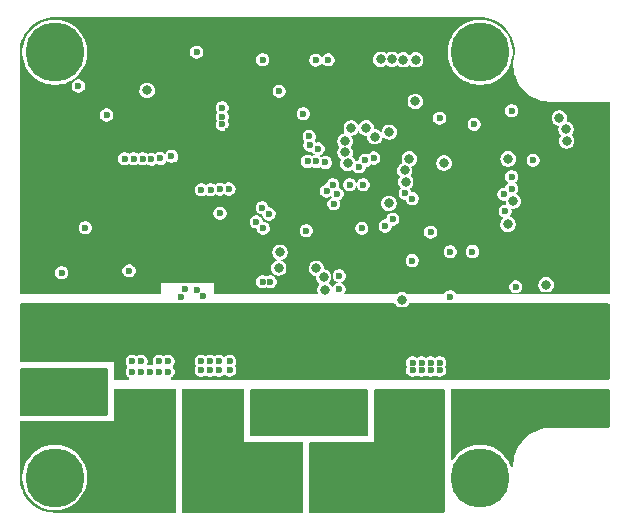
<source format=gbr>
%TF.GenerationSoftware,KiCad,Pcbnew,9.0.1*%
%TF.CreationDate,2025-04-08T03:51:10+08:00*%
%TF.ProjectId,CawDrive,43617744-7269-4766-952e-6b696361645f,rev?*%
%TF.SameCoordinates,Original*%
%TF.FileFunction,Copper,L2,Inr*%
%TF.FilePolarity,Positive*%
%FSLAX46Y46*%
G04 Gerber Fmt 4.6, Leading zero omitted, Abs format (unit mm)*
G04 Created by KiCad (PCBNEW 9.0.1) date 2025-04-08 03:51:10*
%MOMM*%
%LPD*%
G01*
G04 APERTURE LIST*
G04 Aperture macros list*
%AMRoundRect*
0 Rectangle with rounded corners*
0 $1 Rounding radius*
0 $2 $3 $4 $5 $6 $7 $8 $9 X,Y pos of 4 corners*
0 Add a 4 corners polygon primitive as box body*
4,1,4,$2,$3,$4,$5,$6,$7,$8,$9,$2,$3,0*
0 Add four circle primitives for the rounded corners*
1,1,$1+$1,$2,$3*
1,1,$1+$1,$4,$5*
1,1,$1+$1,$6,$7*
1,1,$1+$1,$8,$9*
0 Add four rect primitives between the rounded corners*
20,1,$1+$1,$2,$3,$4,$5,0*
20,1,$1+$1,$4,$5,$6,$7,0*
20,1,$1+$1,$6,$7,$8,$9,0*
20,1,$1+$1,$8,$9,$2,$3,0*%
G04 Aperture macros list end*
%TA.AperFunction,ComponentPad*%
%ADD10RoundRect,0.750000X-0.750000X-0.750000X0.750000X-0.750000X0.750000X0.750000X-0.750000X0.750000X0*%
%TD*%
%TA.AperFunction,ComponentPad*%
%ADD11C,0.800000*%
%TD*%
%TA.AperFunction,ComponentPad*%
%ADD12C,5.000000*%
%TD*%
%TA.AperFunction,ViaPad*%
%ADD13C,0.600000*%
%TD*%
%TA.AperFunction,ViaPad*%
%ADD14C,0.800000*%
%TD*%
G04 APERTURE END LIST*
D10*
%TO.N,GND1*%
%TO.C,H8*%
X168000000Y-95000000D03*
%TD*%
D11*
%TO.N,unconnected-(H2-Pad1)_1*%
%TO.C,H2*%
X157125000Y-71000000D03*
%TO.N,unconnected-(H2-Pad1)_5*%
X157674175Y-69674175D03*
%TO.N,unconnected-(H2-Pad1)_8*%
X157674175Y-72325825D03*
%TO.N,unconnected-(H2-Pad1)_2*%
X159000000Y-69125000D03*
D12*
%TO.N,unconnected-(H2-Pad1)*%
X159000000Y-71000000D03*
D11*
%TO.N,unconnected-(H2-Pad1)_4*%
X159000000Y-72875000D03*
%TO.N,unconnected-(H2-Pad1)_7*%
X160325825Y-69674175D03*
%TO.N,unconnected-(H2-Pad1)_6*%
X160325825Y-72325825D03*
%TO.N,unconnected-(H2-Pad1)_3*%
X160875000Y-71000000D03*
%TD*%
D10*
%TO.N,/DRV8323RSRGZR/PHASB*%
%TO.C,H6*%
X141000000Y-108000000D03*
%TD*%
D11*
%TO.N,unconnected-(H4-Pad1)_7*%
%TO.C,H4*%
X121125000Y-107000000D03*
%TO.N,unconnected-(H4-Pad1)_5*%
X121674175Y-105674175D03*
%TO.N,unconnected-(H4-Pad1)_3*%
X121674175Y-108325825D03*
%TO.N,unconnected-(H4-Pad1)*%
X123000000Y-105125000D03*
D12*
%TO.N,unconnected-(H4-Pad1)_4*%
X123000000Y-107000000D03*
D11*
%TO.N,unconnected-(H4-Pad1)_2*%
X123000000Y-108875000D03*
%TO.N,unconnected-(H4-Pad1)_8*%
X124325825Y-105674175D03*
%TO.N,unconnected-(H4-Pad1)_6*%
X124325825Y-108325825D03*
%TO.N,unconnected-(H4-Pad1)_1*%
X124875000Y-107000000D03*
%TD*%
D10*
%TO.N,/DRV8323RSRGZR/PHASC*%
%TO.C,H7*%
X151000000Y-108000000D03*
%TD*%
%TO.N,+36V*%
%TO.C,H9*%
X168000000Y-101000000D03*
%TD*%
D11*
%TO.N,unconnected-(H1-Pad1)_5*%
%TO.C,H1*%
X121125000Y-71000000D03*
%TO.N,unconnected-(H1-Pad1)_4*%
X121674175Y-69674175D03*
%TO.N,unconnected-(H1-Pad1)_8*%
X121674175Y-72325825D03*
%TO.N,unconnected-(H1-Pad1)_6*%
X123000000Y-69125000D03*
D12*
%TO.N,unconnected-(H1-Pad1)*%
X123000000Y-71000000D03*
D11*
%TO.N,unconnected-(H1-Pad1)_1*%
X123000000Y-72875000D03*
%TO.N,unconnected-(H1-Pad1)_7*%
X124325825Y-69674175D03*
%TO.N,unconnected-(H1-Pad1)_2*%
X124325825Y-72325825D03*
%TO.N,unconnected-(H1-Pad1)_3*%
X124875000Y-71000000D03*
%TD*%
%TO.N,unconnected-(H3-Pad1)_4*%
%TO.C,H3*%
X157125000Y-107000000D03*
%TO.N,unconnected-(H3-Pad1)_7*%
X157674175Y-105674175D03*
%TO.N,unconnected-(H3-Pad1)_8*%
X157674175Y-108325825D03*
%TO.N,unconnected-(H3-Pad1)_1*%
X159000000Y-105125000D03*
D12*
%TO.N,unconnected-(H3-Pad1)_2*%
X159000000Y-107000000D03*
D11*
%TO.N,unconnected-(H3-Pad1)_5*%
X159000000Y-108875000D03*
%TO.N,unconnected-(H3-Pad1)_6*%
X160325825Y-105674175D03*
%TO.N,unconnected-(H3-Pad1)*%
X160325825Y-108325825D03*
%TO.N,unconnected-(H3-Pad1)_3*%
X160875000Y-107000000D03*
%TD*%
D10*
%TO.N,/DRV8323RSRGZR/PHASA*%
%TO.C,H5*%
X131000000Y-108000000D03*
%TD*%
D13*
%TO.N,GND*%
X166160000Y-80510000D03*
X161671000Y-74803000D03*
X133985000Y-88265000D03*
X153363542Y-89846906D03*
X131445000Y-84455000D03*
X132715000Y-88265000D03*
X132715000Y-89535000D03*
X133985000Y-84455000D03*
X133985000Y-85725000D03*
X156337000Y-89154000D03*
X134620000Y-86360000D03*
X163180000Y-90860000D03*
X133350000Y-86360000D03*
X155900211Y-83037269D03*
X126270000Y-79230000D03*
X133100000Y-74497590D03*
X123571000Y-90805000D03*
X133985000Y-86995000D03*
X139590000Y-88630000D03*
X165670000Y-90730000D03*
X132715000Y-84455000D03*
X137636562Y-77671235D03*
D14*
X131699000Y-75692000D03*
D13*
X139580000Y-89330000D03*
X132080000Y-85090000D03*
X133985000Y-71628000D03*
X135255000Y-86995000D03*
X141264656Y-83883830D03*
X157070000Y-80117590D03*
X132080000Y-86360000D03*
X131445000Y-88265000D03*
X130810000Y-85090000D03*
X157861000Y-86233000D03*
X133350000Y-83820000D03*
X129540000Y-86360000D03*
X131445000Y-86995000D03*
X130810000Y-87630000D03*
X131445000Y-85725000D03*
X130810000Y-86360000D03*
X134620000Y-85090000D03*
X158460000Y-75940000D03*
X155575000Y-75311000D03*
X132080000Y-88900000D03*
X122263500Y-90080500D03*
X133350000Y-88900000D03*
X135255000Y-85725000D03*
X127390000Y-72320000D03*
X139573000Y-71628000D03*
X123130000Y-84740000D03*
X150495000Y-91040000D03*
X140589000Y-86868000D03*
X132715000Y-86995000D03*
X130175000Y-85725000D03*
X161671000Y-77089000D03*
X132080000Y-87630000D03*
X135001000Y-77697590D03*
X123140000Y-83830000D03*
X133350000Y-85090000D03*
X142875000Y-76200000D03*
X133350000Y-87630000D03*
X141351000Y-86868000D03*
X132715000Y-85725000D03*
X135890000Y-86360000D03*
X162687000Y-84709000D03*
X132080000Y-83820000D03*
X130175000Y-86995000D03*
X134620000Y-87630000D03*
X132715000Y-83185000D03*
%TO.N,+3.3V*%
X155575000Y-76581000D03*
X153270000Y-88630000D03*
X158496000Y-77089000D03*
X147066000Y-89916000D03*
X125000000Y-73850000D03*
X162030000Y-90850000D03*
X161030632Y-83012410D03*
X161120000Y-84460000D03*
X140589000Y-71628000D03*
X136982855Y-84612855D03*
X137160000Y-76454000D03*
X144270000Y-86102700D03*
X137160000Y-77089000D03*
X137160000Y-75692000D03*
X140589000Y-90424000D03*
X154813000Y-86233000D03*
X163490000Y-80140000D03*
X147066000Y-91059000D03*
X144018000Y-76200000D03*
X161671000Y-75946000D03*
X140560000Y-84147590D03*
X141224000Y-90424000D03*
D14*
%TO.N,+5V*%
X152400000Y-91948000D03*
D13*
X135001000Y-70993000D03*
X127381000Y-76309000D03*
X123571000Y-89662000D03*
%TO.N,+36V*%
X147955000Y-100203000D03*
X149225000Y-101219000D03*
X143637000Y-103251000D03*
X139827000Y-100203000D03*
X139827000Y-102235000D03*
X157099000Y-100584000D03*
X142367000Y-101219000D03*
X149225000Y-100203000D03*
X123825000Y-98425000D03*
X149225000Y-102235000D03*
X157861000Y-102870000D03*
X122555000Y-101473000D03*
X147955000Y-101219000D03*
X142367000Y-103251000D03*
X139827000Y-101219000D03*
X147955000Y-103251000D03*
X122555000Y-99441000D03*
X157099000Y-103505000D03*
X139827000Y-103251000D03*
X125095000Y-98425000D03*
X123825000Y-101473000D03*
X145415000Y-101219000D03*
X122555000Y-100457000D03*
X147955000Y-102235000D03*
X143637000Y-100203000D03*
X141097000Y-102235000D03*
X141097000Y-101219000D03*
X142367000Y-100203000D03*
X145415000Y-102235000D03*
X145415000Y-103251000D03*
X157099000Y-102235000D03*
X157861000Y-99822000D03*
X142367000Y-102235000D03*
X157099000Y-99822000D03*
X149225000Y-103251000D03*
X145415000Y-100203000D03*
X157861000Y-100584000D03*
X126365000Y-101473000D03*
X157861000Y-102235000D03*
X146685000Y-102235000D03*
X129282341Y-89497659D03*
X157861000Y-103505000D03*
X126365000Y-99441000D03*
X123825000Y-99441000D03*
X143637000Y-101219000D03*
X141097000Y-103251000D03*
X126365000Y-98425000D03*
X125095000Y-101473000D03*
X146685000Y-101219000D03*
X157099000Y-102870000D03*
X125576500Y-85852000D03*
X125095000Y-100457000D03*
X126365000Y-100457000D03*
X146685000Y-100203000D03*
X122555000Y-98425000D03*
X125095000Y-99441000D03*
X123825000Y-100457000D03*
X141097000Y-100203000D03*
X143637000Y-102235000D03*
X146685000Y-103251000D03*
%TO.N,/DRV8323RSRGZR/PHASA*%
X129794000Y-103378000D03*
X131064000Y-104394000D03*
X125095000Y-102743000D03*
X131064000Y-103378000D03*
X125095000Y-103759000D03*
X128524000Y-104394000D03*
X128524000Y-103378000D03*
X122500000Y-102750000D03*
X123825000Y-103759000D03*
X132334000Y-104394000D03*
X129794000Y-104394000D03*
X123825000Y-102743000D03*
X132334000Y-103378000D03*
X122555000Y-103759000D03*
%TO.N,/DRV8323RSRGZR/PHASB*%
X138049000Y-103378000D03*
X142367000Y-104521000D03*
X141097000Y-105664000D03*
X138049000Y-104394000D03*
X135509000Y-104394000D03*
X134239000Y-103378000D03*
X139827000Y-105664000D03*
X135509000Y-103378000D03*
X134239000Y-104394000D03*
X139827000Y-104521000D03*
X136779000Y-103378000D03*
X136779000Y-104394000D03*
X142367000Y-105664000D03*
X141097000Y-104521000D03*
%TO.N,/DRV8323RSRGZR/PHASC*%
X146685000Y-105664000D03*
X151257000Y-101473000D03*
X145415000Y-104521000D03*
X146685000Y-104521000D03*
X147955000Y-105664000D03*
X147955000Y-104521000D03*
X145415000Y-105664000D03*
X152527000Y-101473000D03*
X154940000Y-101473000D03*
X153797000Y-101473000D03*
D14*
%TO.N,/SPI1_NSS*%
X150600000Y-71590000D03*
X148097590Y-77410000D03*
%TO.N,/SPI1_MISO*%
X152504274Y-71621814D03*
X150090000Y-78134170D03*
%TO.N,/SPI1_MOSI*%
X149362410Y-77400000D03*
X151552403Y-71590000D03*
D13*
%TO.N,/SWDIO*%
X152655955Y-82933814D03*
X161671000Y-81534000D03*
%TO.N,/SWCLK*%
X161671000Y-82550000D03*
X153260000Y-83382410D03*
%TO.N,/DRV8323RSRGZR/SPA*%
X131826000Y-97155000D03*
X132588000Y-97155000D03*
X132588000Y-98044000D03*
X131064000Y-98044000D03*
X130302000Y-98044000D03*
X130302000Y-97155000D03*
X131826000Y-98044000D03*
X129540000Y-97155000D03*
X129540000Y-98044000D03*
%TO.N,/DRV8323RSRGZR/SPB*%
X135382000Y-97917000D03*
X136906000Y-97917000D03*
X135042409Y-91100409D03*
X137795000Y-97155000D03*
X133977590Y-91040000D03*
X137795000Y-97917000D03*
X136906000Y-97155000D03*
X135382000Y-97155000D03*
X136144000Y-97155000D03*
X136144000Y-97917000D03*
D14*
%TO.N,/SPI1_SCK*%
X151321720Y-77751498D03*
X153550000Y-71630000D03*
%TO.N,/MCU_STA*%
X161380000Y-80017590D03*
X153009663Y-80024590D03*
%TO.N,/DRV_STA*%
X161814600Y-83590000D03*
X152610000Y-81000590D03*
D13*
%TO.N,/SPI3_MISO*%
X137742767Y-82576235D03*
X146622410Y-83834170D03*
D14*
X145150030Y-89285830D03*
D13*
%TO.N,/SPI3_SCK*%
X146004360Y-82744170D03*
X136181559Y-82631559D03*
D14*
X141956186Y-89258536D03*
D13*
%TO.N,/SPI3_MOSI*%
X146910000Y-82980000D03*
X136973030Y-82593030D03*
D14*
X145757590Y-90019271D03*
D13*
%TO.N,GND1*%
X121539000Y-93726000D03*
X141224000Y-93980000D03*
X125984000Y-93726000D03*
X143510000Y-94742000D03*
X131699000Y-93980000D03*
X160909000Y-95377000D03*
X147447000Y-93980000D03*
X139700000Y-93980000D03*
X148209000Y-94742000D03*
X160909000Y-96901000D03*
X160274000Y-95377000D03*
X143510000Y-93980000D03*
X141986000Y-93980000D03*
X154051000Y-94107000D03*
X139700000Y-94742000D03*
X154686000Y-94742000D03*
X142748000Y-94742000D03*
X141986000Y-94742000D03*
X160909000Y-97536000D03*
X153416000Y-94742000D03*
X145923000Y-94742000D03*
X153416000Y-94107000D03*
X160274000Y-94107000D03*
X145161000Y-93980000D03*
X136652000Y-93980000D03*
X160909000Y-94107000D03*
X130048000Y-93980000D03*
X120650000Y-93726000D03*
X141224000Y-94742000D03*
X160274000Y-97536000D03*
X148971000Y-93980000D03*
X160274000Y-98171000D03*
X137541000Y-94742000D03*
X140462000Y-93980000D03*
X148209000Y-93980000D03*
X140462000Y-94742000D03*
X160909000Y-98171000D03*
X125095000Y-93726000D03*
X138303000Y-94742000D03*
X148971000Y-94742000D03*
X132461000Y-93980000D03*
X160909000Y-94742000D03*
X130810000Y-94742000D03*
X155321000Y-94742000D03*
X136652000Y-94742000D03*
X124206000Y-93726000D03*
X131699000Y-94742000D03*
X133664382Y-91724113D03*
X160274000Y-96901000D03*
X145161000Y-94742000D03*
X154686000Y-94107000D03*
X137541000Y-93980000D03*
X142748000Y-93980000D03*
X135574437Y-91632439D03*
X132461000Y-94742000D03*
X160274000Y-94742000D03*
X130048000Y-94742000D03*
X147447000Y-94742000D03*
X155321000Y-94107000D03*
X154051000Y-94742000D03*
X130810000Y-93980000D03*
X135890000Y-94742000D03*
X146685000Y-93980000D03*
X123317000Y-93726000D03*
X145923000Y-93980000D03*
X135890000Y-93980000D03*
X146685000Y-94742000D03*
%TO.N,/TIM1_CH1N*%
X131930443Y-79987079D03*
X144526000Y-78105000D03*
%TO.N,/DRV_SPI_NSS*%
X146530000Y-82205830D03*
X135415088Y-82645088D03*
%TO.N,/TIM1_CH3N*%
X145301931Y-79171011D03*
X128905000Y-80010000D03*
%TO.N,/TIM1_CH3*%
X129667000Y-80010000D03*
X145896335Y-80321306D03*
%TO.N,/TIM1_CH2*%
X145148803Y-80235830D03*
X131180469Y-80047479D03*
%TO.N,/TIM1_CH2N*%
X144589707Y-78854700D03*
X130429000Y-80010000D03*
%TO.N,/TIM1_CH1*%
X132876549Y-79804034D03*
X144396400Y-80235830D03*
D14*
%TO.N,/ADC2_IN9*%
X130810000Y-74225200D03*
X147575830Y-78524980D03*
D13*
%TO.N,/ADC3_IN3*%
X141986000Y-74295000D03*
D14*
X153520000Y-75155830D03*
%TO.N,/ADC1_IN10*%
X155956000Y-80368180D03*
X164592000Y-90678000D03*
%TO.N,/USART3_TX*%
X166330000Y-78510000D03*
X147809267Y-80400733D03*
%TO.N,/USART3_RX*%
X166280000Y-77500000D03*
X147575830Y-79477383D03*
D13*
%TO.N,/DRV8323RSRGZR/SPC*%
X155575000Y-97282000D03*
X153289000Y-97917000D03*
X155575000Y-97917000D03*
X154051000Y-97917000D03*
X154813000Y-97282000D03*
X153289000Y-97282000D03*
X154051000Y-97282000D03*
X154813000Y-97917000D03*
%TO.N,/I2C1_SCL*%
X145080000Y-71660000D03*
X147967327Y-82206100D03*
%TO.N,/I2C1_SDA*%
X149100000Y-82205830D03*
X146130000Y-71630000D03*
D14*
%TO.N,/ENCODER_STA*%
X161370000Y-85560000D03*
X152706964Y-81948044D03*
D13*
%TO.N,/CAN_TX*%
X151602327Y-85122584D03*
X156464000Y-87884000D03*
%TO.N,/CAN_RX*%
X150970095Y-85702499D03*
X156464000Y-91694000D03*
%TO.N,/CAN_STB*%
X148985087Y-85901656D03*
X158360000Y-87870000D03*
%TO.N,/ADC1_IN0*%
X148758345Y-80684597D03*
X141129322Y-84687590D03*
%TO.N,/ADC2_IN1*%
X140058818Y-85361188D03*
X149290374Y-80152568D03*
%TO.N,/ADC3_IN2*%
X150015184Y-79950686D03*
X140649822Y-85893598D03*
D14*
%TO.N,Net-(U8-PC13)*%
X165720000Y-76560000D03*
X151287590Y-83789990D03*
%TO.N,/ENCODER_CAL_EN*%
X142067689Y-87929392D03*
%TO.N,/ENCODER_SPI_NSS*%
X145870000Y-91091732D03*
%TD*%
%TA.AperFunction,Conductor*%
%TO.N,+36V*%
G36*
X149443039Y-99519685D02*
G01*
X149488794Y-99572489D01*
X149500000Y-99624000D01*
X149500000Y-103376000D01*
X149480315Y-103443039D01*
X149427511Y-103488794D01*
X149376000Y-103500000D01*
X139624000Y-103500000D01*
X139556961Y-103480315D01*
X139511206Y-103427511D01*
X139500000Y-103376000D01*
X139500000Y-99624000D01*
X139519685Y-99556961D01*
X139572489Y-99511206D01*
X139624000Y-99500000D01*
X149376000Y-99500000D01*
X149443039Y-99519685D01*
G37*
%TD.AperFunction*%
%TD*%
%TA.AperFunction,Conductor*%
%TO.N,+36V*%
G36*
X169917139Y-99519685D02*
G01*
X169962894Y-99572489D01*
X169974100Y-99624000D01*
X169974100Y-102687822D01*
X169954415Y-102754861D01*
X169901611Y-102800616D01*
X169850100Y-102811822D01*
X165008416Y-102811822D01*
X165008415Y-102811822D01*
X165000000Y-102811822D01*
X164999980Y-102811822D01*
X164970944Y-102811824D01*
X164970916Y-102811828D01*
X164832242Y-102811859D01*
X164832240Y-102811859D01*
X164832225Y-102811860D01*
X164498590Y-102847068D01*
X164498578Y-102847070D01*
X164170446Y-102917106D01*
X163851503Y-103021183D01*
X163851492Y-103021188D01*
X163545223Y-103158167D01*
X163545210Y-103158174D01*
X163255007Y-103326539D01*
X162984070Y-103524435D01*
X162984060Y-103524444D01*
X162735404Y-103749669D01*
X162735389Y-103749683D01*
X162511736Y-103999766D01*
X162391830Y-104166128D01*
X162315556Y-104271953D01*
X162149025Y-104563222D01*
X162149023Y-104563226D01*
X162149021Y-104563230D01*
X162013987Y-104870346D01*
X162013977Y-104870373D01*
X161911917Y-105189977D01*
X161843962Y-105518528D01*
X161843961Y-105518539D01*
X161810861Y-105852404D01*
X161810861Y-105852405D01*
X161811570Y-105964502D01*
X161792309Y-106031665D01*
X161739795Y-106077753D01*
X161670701Y-106088133D01*
X161606963Y-106059510D01*
X161570532Y-106006244D01*
X161548836Y-105944238D01*
X161414601Y-105665497D01*
X161250002Y-105403538D01*
X161057107Y-105161656D01*
X160838344Y-104942893D01*
X160596462Y-104749998D01*
X160334503Y-104585399D01*
X160334500Y-104585397D01*
X160055765Y-104451165D01*
X159763756Y-104348986D01*
X159763744Y-104348982D01*
X159462126Y-104280140D01*
X159462110Y-104280138D01*
X159154693Y-104245500D01*
X159154689Y-104245500D01*
X158845311Y-104245500D01*
X158845307Y-104245500D01*
X158537889Y-104280138D01*
X158537873Y-104280140D01*
X158236255Y-104348982D01*
X158236243Y-104348986D01*
X157944234Y-104451165D01*
X157665499Y-104585397D01*
X157403539Y-104749997D01*
X157161656Y-104942892D01*
X156942892Y-105161656D01*
X156749995Y-105403541D01*
X156728993Y-105436966D01*
X156676659Y-105483256D01*
X156607605Y-105493904D01*
X156543757Y-105465529D01*
X156505385Y-105407139D01*
X156500000Y-105370993D01*
X156500000Y-99624000D01*
X156519685Y-99556961D01*
X156572489Y-99511206D01*
X156624000Y-99500000D01*
X169850100Y-99500000D01*
X169917139Y-99519685D01*
G37*
%TD.AperFunction*%
%TD*%
%TA.AperFunction,Conductor*%
%TO.N,/DRV8323RSRGZR/PHASA*%
G36*
X133238577Y-99511423D02*
G01*
X133250000Y-99539000D01*
X133250000Y-109935100D01*
X133238577Y-109962677D01*
X133211000Y-109974100D01*
X123001030Y-109974100D01*
X122998989Y-109974047D01*
X122691160Y-109957914D01*
X122687100Y-109957487D01*
X122383666Y-109909428D01*
X122379673Y-109908579D01*
X122082929Y-109829066D01*
X122079047Y-109827805D01*
X121792231Y-109717707D01*
X121788501Y-109716046D01*
X121514770Y-109576573D01*
X121511235Y-109574532D01*
X121253582Y-109407210D01*
X121250280Y-109404811D01*
X121011526Y-109211472D01*
X121008492Y-109208740D01*
X120791259Y-108991507D01*
X120788527Y-108988473D01*
X120595186Y-108749717D01*
X120592789Y-108746417D01*
X120425467Y-108488764D01*
X120423426Y-108485229D01*
X120283953Y-108211498D01*
X120282292Y-108207768D01*
X120272690Y-108182754D01*
X120172192Y-107920947D01*
X120170933Y-107917070D01*
X120135340Y-107784235D01*
X120091418Y-107620317D01*
X120090573Y-107616342D01*
X120042511Y-107312897D01*
X120042085Y-107308839D01*
X120025953Y-107001011D01*
X120025900Y-106998970D01*
X120025900Y-106845311D01*
X120245500Y-106845311D01*
X120245500Y-107154689D01*
X120279434Y-107455863D01*
X120280141Y-107462132D01*
X120280141Y-107462134D01*
X120348981Y-107763740D01*
X120348983Y-107763749D01*
X120451162Y-108055758D01*
X120451163Y-108055761D01*
X120465665Y-108085874D01*
X120585399Y-108334503D01*
X120585401Y-108334507D01*
X120585402Y-108334508D01*
X120749998Y-108596463D01*
X120750001Y-108596468D01*
X120942886Y-108838337D01*
X121161662Y-109057113D01*
X121403531Y-109249998D01*
X121403536Y-109250001D01*
X121403538Y-109250002D01*
X121665497Y-109414601D01*
X121928415Y-109541216D01*
X121944238Y-109548836D01*
X121944241Y-109548837D01*
X122236250Y-109651016D01*
X122236259Y-109651018D01*
X122537866Y-109719858D01*
X122537870Y-109719858D01*
X122537877Y-109719860D01*
X122845311Y-109754500D01*
X122845316Y-109754500D01*
X123154684Y-109754500D01*
X123154689Y-109754500D01*
X123462123Y-109719860D01*
X123462132Y-109719858D01*
X123462134Y-109719858D01*
X123698404Y-109665930D01*
X123763745Y-109651017D01*
X123763745Y-109651016D01*
X123763749Y-109651016D01*
X123979143Y-109575646D01*
X124055762Y-109548836D01*
X124334503Y-109414601D01*
X124596462Y-109250002D01*
X124596464Y-109250000D01*
X124596468Y-109249998D01*
X124838337Y-109057113D01*
X124838339Y-109057110D01*
X124838344Y-109057107D01*
X125057107Y-108838344D01*
X125057113Y-108838337D01*
X125249998Y-108596468D01*
X125250001Y-108596463D01*
X125250002Y-108596462D01*
X125414601Y-108334503D01*
X125548836Y-108055762D01*
X125599926Y-107909753D01*
X125651016Y-107763749D01*
X125651018Y-107763740D01*
X125719858Y-107462134D01*
X125719858Y-107462132D01*
X125719858Y-107462131D01*
X125719860Y-107462123D01*
X125754500Y-107154689D01*
X125754500Y-106845311D01*
X125719860Y-106537877D01*
X125719858Y-106537867D01*
X125719858Y-106537865D01*
X125651018Y-106236259D01*
X125651016Y-106236250D01*
X125548837Y-105944241D01*
X125548836Y-105944238D01*
X125414601Y-105665497D01*
X125250002Y-105403538D01*
X125250001Y-105403536D01*
X125249998Y-105403531D01*
X125057113Y-105161662D01*
X124838337Y-104942886D01*
X124596468Y-104750001D01*
X124596463Y-104749998D01*
X124334508Y-104585402D01*
X124334507Y-104585401D01*
X124334503Y-104585399D01*
X124185885Y-104513828D01*
X124055761Y-104451163D01*
X124055758Y-104451162D01*
X123763749Y-104348983D01*
X123763740Y-104348981D01*
X123462133Y-104280141D01*
X123405667Y-104273778D01*
X123154689Y-104245500D01*
X122845311Y-104245500D01*
X122594332Y-104273778D01*
X122537867Y-104280141D01*
X122537865Y-104280141D01*
X122236259Y-104348981D01*
X122236250Y-104348983D01*
X121944241Y-104451162D01*
X121944238Y-104451163D01*
X121665491Y-104585402D01*
X121403536Y-104749998D01*
X121403531Y-104750001D01*
X121161662Y-104942886D01*
X120942886Y-105161662D01*
X120750001Y-105403531D01*
X120749998Y-105403536D01*
X120585402Y-105665491D01*
X120451163Y-105944238D01*
X120451162Y-105944241D01*
X120348983Y-106236250D01*
X120348981Y-106236259D01*
X120280141Y-106537865D01*
X120280141Y-106537867D01*
X120280140Y-106537877D01*
X120245500Y-106845311D01*
X120025900Y-106845311D01*
X120025900Y-102289000D01*
X120037323Y-102261423D01*
X120064900Y-102250000D01*
X128000000Y-102250000D01*
X128000000Y-99539000D01*
X128011423Y-99511423D01*
X128039000Y-99500000D01*
X133211000Y-99500000D01*
X133238577Y-99511423D01*
G37*
%TD.AperFunction*%
%TD*%
%TA.AperFunction,Conductor*%
%TO.N,GND1*%
G36*
X151815389Y-92269685D02*
G01*
X151851452Y-92305110D01*
X151891613Y-92365215D01*
X151891619Y-92365223D01*
X151982776Y-92456380D01*
X151982780Y-92456383D01*
X152089978Y-92528011D01*
X152089979Y-92528011D01*
X152089980Y-92528012D01*
X152089982Y-92528013D01*
X152169385Y-92560902D01*
X152209089Y-92577348D01*
X152209091Y-92577348D01*
X152209096Y-92577350D01*
X152335532Y-92602499D01*
X152335536Y-92602500D01*
X152335537Y-92602500D01*
X152464464Y-92602500D01*
X152464465Y-92602499D01*
X152506612Y-92594116D01*
X152590903Y-92577350D01*
X152590906Y-92577348D01*
X152590911Y-92577348D01*
X152710022Y-92528011D01*
X152817220Y-92456383D01*
X152908383Y-92365220D01*
X152948548Y-92305110D01*
X153002160Y-92260304D01*
X153051650Y-92250000D01*
X169850100Y-92250000D01*
X169917139Y-92269685D01*
X169962894Y-92322489D01*
X169974100Y-92374000D01*
X169974100Y-98626000D01*
X169954415Y-98693039D01*
X169901611Y-98738794D01*
X169850100Y-98750000D01*
X132936947Y-98750000D01*
X132869908Y-98730315D01*
X132824153Y-98677511D01*
X132814209Y-98608353D01*
X132843234Y-98544797D01*
X132874946Y-98518613D01*
X132928471Y-98487711D01*
X133031711Y-98384471D01*
X133104712Y-98258029D01*
X133142500Y-98117001D01*
X133142500Y-97970999D01*
X133104712Y-97829971D01*
X133031711Y-97703529D01*
X133015363Y-97687181D01*
X132981878Y-97625858D01*
X132986862Y-97556166D01*
X133015363Y-97511819D01*
X133031711Y-97495471D01*
X133104712Y-97369029D01*
X133142500Y-97228001D01*
X133142500Y-97081999D01*
X134827500Y-97081999D01*
X134827500Y-97228001D01*
X134861530Y-97355001D01*
X134865288Y-97369028D01*
X134865288Y-97369029D01*
X134925893Y-97474001D01*
X134942365Y-97541901D01*
X134925893Y-97597999D01*
X134865288Y-97702970D01*
X134865288Y-97702971D01*
X134827500Y-97843999D01*
X134827500Y-97990001D01*
X134861530Y-98117001D01*
X134865288Y-98131028D01*
X134865289Y-98131031D01*
X134938286Y-98257467D01*
X134938288Y-98257470D01*
X134938289Y-98257471D01*
X135041529Y-98360711D01*
X135041530Y-98360712D01*
X135041532Y-98360713D01*
X135082676Y-98384467D01*
X135167971Y-98433712D01*
X135308999Y-98471500D01*
X135309001Y-98471500D01*
X135454999Y-98471500D01*
X135455001Y-98471500D01*
X135596029Y-98433712D01*
X135701000Y-98373106D01*
X135768900Y-98356634D01*
X135824999Y-98373106D01*
X135929971Y-98433712D01*
X136070999Y-98471500D01*
X136071001Y-98471500D01*
X136216999Y-98471500D01*
X136217001Y-98471500D01*
X136358029Y-98433712D01*
X136463000Y-98373106D01*
X136530900Y-98356634D01*
X136586999Y-98373106D01*
X136691971Y-98433712D01*
X136832999Y-98471500D01*
X136833001Y-98471500D01*
X136978999Y-98471500D01*
X136979001Y-98471500D01*
X137120029Y-98433712D01*
X137246471Y-98360711D01*
X137262819Y-98344363D01*
X137324142Y-98310878D01*
X137393834Y-98315862D01*
X137438181Y-98344363D01*
X137454529Y-98360711D01*
X137454530Y-98360712D01*
X137454532Y-98360713D01*
X137495676Y-98384467D01*
X137580971Y-98433712D01*
X137721999Y-98471500D01*
X137722001Y-98471500D01*
X137867999Y-98471500D01*
X137868001Y-98471500D01*
X138009029Y-98433712D01*
X138135471Y-98360711D01*
X138238711Y-98257471D01*
X138311712Y-98131029D01*
X138349500Y-97990001D01*
X138349500Y-97843999D01*
X138311712Y-97702971D01*
X138251106Y-97597999D01*
X138234634Y-97530100D01*
X138251107Y-97474000D01*
X138311712Y-97369029D01*
X138349500Y-97228001D01*
X138349500Y-97208999D01*
X152734500Y-97208999D01*
X152734500Y-97355001D01*
X152772139Y-97495471D01*
X152772288Y-97496028D01*
X152772290Y-97496033D01*
X152796231Y-97537502D01*
X152812702Y-97605403D01*
X152796231Y-97661498D01*
X152772290Y-97702966D01*
X152772288Y-97702971D01*
X152734500Y-97843999D01*
X152734500Y-97990001D01*
X152768530Y-98117001D01*
X152772288Y-98131028D01*
X152772289Y-98131031D01*
X152845286Y-98257467D01*
X152845288Y-98257470D01*
X152845289Y-98257471D01*
X152948529Y-98360711D01*
X152948530Y-98360712D01*
X152948532Y-98360713D01*
X152989676Y-98384467D01*
X153074971Y-98433712D01*
X153215999Y-98471500D01*
X153216001Y-98471500D01*
X153361999Y-98471500D01*
X153362001Y-98471500D01*
X153503029Y-98433712D01*
X153608000Y-98373106D01*
X153675900Y-98356634D01*
X153731999Y-98373106D01*
X153836971Y-98433712D01*
X153977999Y-98471500D01*
X153978001Y-98471500D01*
X154123999Y-98471500D01*
X154124001Y-98471500D01*
X154265029Y-98433712D01*
X154370000Y-98373106D01*
X154437900Y-98356634D01*
X154493999Y-98373106D01*
X154598971Y-98433712D01*
X154739999Y-98471500D01*
X154740001Y-98471500D01*
X154885999Y-98471500D01*
X154886001Y-98471500D01*
X155027029Y-98433712D01*
X155132000Y-98373106D01*
X155199900Y-98356634D01*
X155255999Y-98373106D01*
X155360971Y-98433712D01*
X155501999Y-98471500D01*
X155502001Y-98471500D01*
X155647999Y-98471500D01*
X155648001Y-98471500D01*
X155789029Y-98433712D01*
X155915471Y-98360711D01*
X156018711Y-98257471D01*
X156091712Y-98131029D01*
X156129500Y-97990001D01*
X156129500Y-97843999D01*
X156091712Y-97702971D01*
X156067768Y-97661498D01*
X156051295Y-97593601D01*
X156067769Y-97537499D01*
X156091712Y-97496029D01*
X156129500Y-97355001D01*
X156129500Y-97208999D01*
X156091712Y-97067971D01*
X156018711Y-96941529D01*
X155915471Y-96838289D01*
X155915470Y-96838288D01*
X155915467Y-96838286D01*
X155789031Y-96765289D01*
X155789030Y-96765288D01*
X155789029Y-96765288D01*
X155648001Y-96727500D01*
X155501999Y-96727500D01*
X155360971Y-96765288D01*
X155360970Y-96765288D01*
X155255999Y-96825893D01*
X155188099Y-96842365D01*
X155132001Y-96825893D01*
X155027029Y-96765288D01*
X154992880Y-96756138D01*
X154886001Y-96727500D01*
X154739999Y-96727500D01*
X154598971Y-96765288D01*
X154598970Y-96765288D01*
X154493999Y-96825893D01*
X154426099Y-96842365D01*
X154370001Y-96825893D01*
X154265029Y-96765288D01*
X154230880Y-96756138D01*
X154124001Y-96727500D01*
X153977999Y-96727500D01*
X153836971Y-96765288D01*
X153836970Y-96765288D01*
X153731999Y-96825893D01*
X153664099Y-96842365D01*
X153608001Y-96825893D01*
X153503029Y-96765288D01*
X153468880Y-96756138D01*
X153362001Y-96727500D01*
X153215999Y-96727500D01*
X153074971Y-96765288D01*
X153074968Y-96765289D01*
X152948532Y-96838286D01*
X152948527Y-96838290D01*
X152845290Y-96941527D01*
X152845286Y-96941532D01*
X152772289Y-97067968D01*
X152772288Y-97067971D01*
X152734500Y-97208999D01*
X138349500Y-97208999D01*
X138349500Y-97081999D01*
X138311712Y-96940971D01*
X138254782Y-96842365D01*
X138238713Y-96814532D01*
X138238709Y-96814527D01*
X138135472Y-96711290D01*
X138135467Y-96711286D01*
X138009031Y-96638289D01*
X138009030Y-96638288D01*
X138009029Y-96638288D01*
X137868001Y-96600500D01*
X137721999Y-96600500D01*
X137580971Y-96638288D01*
X137580968Y-96638289D01*
X137454532Y-96711286D01*
X137454527Y-96711290D01*
X137438181Y-96727637D01*
X137376858Y-96761122D01*
X137307166Y-96756138D01*
X137262819Y-96727637D01*
X137246472Y-96711290D01*
X137246467Y-96711286D01*
X137120031Y-96638289D01*
X137120030Y-96638288D01*
X137120029Y-96638288D01*
X136979001Y-96600500D01*
X136832999Y-96600500D01*
X136691971Y-96638288D01*
X136691970Y-96638288D01*
X136586999Y-96698893D01*
X136519099Y-96715365D01*
X136463001Y-96698893D01*
X136358029Y-96638288D01*
X136217001Y-96600500D01*
X136070999Y-96600500D01*
X135929971Y-96638288D01*
X135929970Y-96638288D01*
X135824999Y-96698893D01*
X135757099Y-96715365D01*
X135701001Y-96698893D01*
X135596029Y-96638288D01*
X135455001Y-96600500D01*
X135308999Y-96600500D01*
X135167971Y-96638288D01*
X135167968Y-96638289D01*
X135041532Y-96711286D01*
X135041527Y-96711290D01*
X134938290Y-96814527D01*
X134938286Y-96814532D01*
X134865289Y-96940968D01*
X134865288Y-96940971D01*
X134827500Y-97081999D01*
X133142500Y-97081999D01*
X133104712Y-96940971D01*
X133047782Y-96842365D01*
X133031713Y-96814532D01*
X133031709Y-96814527D01*
X132928472Y-96711290D01*
X132928467Y-96711286D01*
X132802031Y-96638289D01*
X132802030Y-96638288D01*
X132802029Y-96638288D01*
X132661001Y-96600500D01*
X132514999Y-96600500D01*
X132373971Y-96638288D01*
X132373970Y-96638288D01*
X132268999Y-96698893D01*
X132201099Y-96715365D01*
X132145001Y-96698893D01*
X132040029Y-96638288D01*
X131899001Y-96600500D01*
X131752999Y-96600500D01*
X131611971Y-96638288D01*
X131611968Y-96638289D01*
X131485532Y-96711286D01*
X131485527Y-96711290D01*
X131382290Y-96814527D01*
X131382286Y-96814532D01*
X131309289Y-96940968D01*
X131309288Y-96940971D01*
X131271500Y-97081999D01*
X131271500Y-97228000D01*
X131301804Y-97341098D01*
X131300141Y-97410948D01*
X131260978Y-97468810D01*
X131196750Y-97496314D01*
X131182029Y-97497191D01*
X131165704Y-97497191D01*
X131137001Y-97489500D01*
X130990999Y-97489500D01*
X130962296Y-97497191D01*
X130945970Y-97497191D01*
X130927478Y-97491761D01*
X130908211Y-97491302D01*
X130894645Y-97482120D01*
X130878931Y-97477506D01*
X130866311Y-97462942D01*
X130850349Y-97452138D01*
X130843901Y-97437079D01*
X130833176Y-97424702D01*
X130830433Y-97405625D01*
X130822847Y-97387909D01*
X130824520Y-97364506D01*
X130823232Y-97355544D01*
X130825520Y-97350533D01*
X130826194Y-97341103D01*
X130856500Y-97228001D01*
X130856500Y-97081999D01*
X130818712Y-96940971D01*
X130761782Y-96842365D01*
X130745713Y-96814532D01*
X130745709Y-96814527D01*
X130642472Y-96711290D01*
X130642467Y-96711286D01*
X130516031Y-96638289D01*
X130516030Y-96638288D01*
X130516029Y-96638288D01*
X130375001Y-96600500D01*
X130228999Y-96600500D01*
X130087971Y-96638288D01*
X130087970Y-96638288D01*
X129982999Y-96698893D01*
X129915099Y-96715365D01*
X129859001Y-96698893D01*
X129754029Y-96638288D01*
X129613001Y-96600500D01*
X129466999Y-96600500D01*
X129325971Y-96638288D01*
X129325968Y-96638289D01*
X129199532Y-96711286D01*
X129199527Y-96711290D01*
X129096290Y-96814527D01*
X129096286Y-96814532D01*
X129023289Y-96940968D01*
X129023288Y-96940971D01*
X128985500Y-97081999D01*
X128985500Y-97228001D01*
X129019530Y-97355001D01*
X129023288Y-97369028D01*
X129023289Y-97369031D01*
X129096286Y-97495467D01*
X129096290Y-97495472D01*
X129112637Y-97511819D01*
X129146122Y-97573142D01*
X129141138Y-97642834D01*
X129112637Y-97687181D01*
X129096290Y-97703527D01*
X129096286Y-97703532D01*
X129023289Y-97829968D01*
X129023288Y-97829971D01*
X128985500Y-97970999D01*
X128985500Y-98117001D01*
X129023139Y-98257471D01*
X129023288Y-98258028D01*
X129023289Y-98258031D01*
X129096286Y-98384467D01*
X129096288Y-98384470D01*
X129096289Y-98384471D01*
X129199529Y-98487711D01*
X129253052Y-98518612D01*
X129301268Y-98569179D01*
X129314492Y-98637786D01*
X129288524Y-98702651D01*
X129231610Y-98743180D01*
X129191053Y-98750000D01*
X128124000Y-98750000D01*
X128056961Y-98730315D01*
X128011206Y-98677511D01*
X128000000Y-98626000D01*
X128000000Y-97250000D01*
X120149900Y-97250000D01*
X120082861Y-97230315D01*
X120037106Y-97177511D01*
X120025900Y-97126000D01*
X120025900Y-92374000D01*
X120045585Y-92306961D01*
X120098389Y-92261206D01*
X120149900Y-92250000D01*
X151748350Y-92250000D01*
X151815389Y-92269685D01*
G37*
%TD.AperFunction*%
%TD*%
%TA.AperFunction,Conductor*%
%TO.N,GND*%
G36*
X159001011Y-68025953D02*
G01*
X159308841Y-68042085D01*
X159312897Y-68042511D01*
X159616342Y-68090573D01*
X159620317Y-68091418D01*
X159917074Y-68170934D01*
X159920947Y-68172192D01*
X160111921Y-68245500D01*
X160207768Y-68282292D01*
X160211498Y-68283953D01*
X160485229Y-68423426D01*
X160488762Y-68425466D01*
X160540067Y-68458784D01*
X160746417Y-68592789D01*
X160749719Y-68595188D01*
X160988473Y-68788527D01*
X160991507Y-68791259D01*
X161208740Y-69008492D01*
X161211472Y-69011526D01*
X161404811Y-69250280D01*
X161407210Y-69253582D01*
X161574532Y-69511235D01*
X161576573Y-69514770D01*
X161716046Y-69788501D01*
X161717707Y-69792231D01*
X161827805Y-70079047D01*
X161829066Y-70082929D01*
X161908579Y-70379673D01*
X161909428Y-70383666D01*
X161957487Y-70687100D01*
X161957914Y-70691160D01*
X161973523Y-70989004D01*
X161971577Y-71003370D01*
X161922414Y-71150963D01*
X161866511Y-71404997D01*
X161853938Y-71462134D01*
X161850303Y-71478650D01*
X161812982Y-71812081D01*
X161812982Y-71812082D01*
X161810859Y-72147580D01*
X161843958Y-72481455D01*
X161843960Y-72481464D01*
X161911917Y-72810025D01*
X161911918Y-72810028D01*
X161911917Y-72810028D01*
X162013982Y-73129644D01*
X162149020Y-73436772D01*
X162315551Y-73728043D01*
X162315557Y-73728051D01*
X162456067Y-73922999D01*
X162511734Y-74000232D01*
X162511740Y-74000239D01*
X162511745Y-74000245D01*
X162735391Y-74250320D01*
X162735399Y-74250328D01*
X162865319Y-74368005D01*
X162984067Y-74475563D01*
X163255005Y-74673460D01*
X163545215Y-74841830D01*
X163545224Y-74841834D01*
X163545230Y-74841837D01*
X163629888Y-74879700D01*
X163851493Y-74978813D01*
X164170456Y-75082896D01*
X164498580Y-75152931D01*
X164832242Y-75188142D01*
X164981511Y-75188173D01*
X164981535Y-75188178D01*
X164989272Y-75188178D01*
X165000000Y-75188178D01*
X165008415Y-75188178D01*
X169935100Y-75188178D01*
X169962677Y-75199601D01*
X169974100Y-75227178D01*
X169974100Y-91461000D01*
X169962677Y-91488577D01*
X169935100Y-91500000D01*
X157014792Y-91500000D01*
X156987215Y-91488577D01*
X156981017Y-91480500D01*
X156974151Y-91468608D01*
X156923266Y-91380471D01*
X156907710Y-91353527D01*
X156804472Y-91250289D01*
X156678026Y-91177286D01*
X156537005Y-91139500D01*
X156537001Y-91139500D01*
X156390999Y-91139500D01*
X156390994Y-91139500D01*
X156249973Y-91177286D01*
X156123527Y-91250289D01*
X156123527Y-91250290D01*
X156020290Y-91353527D01*
X156020289Y-91353527D01*
X155982830Y-91418410D01*
X155953849Y-91468608D01*
X155946983Y-91480500D01*
X155923302Y-91498671D01*
X155913208Y-91500000D01*
X152893757Y-91500000D01*
X152866180Y-91488577D01*
X152817221Y-91439618D01*
X152817215Y-91439613D01*
X152710023Y-91367989D01*
X152590912Y-91318652D01*
X152590914Y-91318652D01*
X152534077Y-91307347D01*
X152464463Y-91293500D01*
X152335537Y-91293500D01*
X152265923Y-91307347D01*
X152209086Y-91318652D01*
X152089977Y-91367989D01*
X152089975Y-91367989D01*
X151982784Y-91439613D01*
X151982778Y-91439618D01*
X151933820Y-91488577D01*
X151906243Y-91500000D01*
X147503337Y-91500000D01*
X147475760Y-91488577D01*
X147464337Y-91461000D01*
X147475760Y-91433423D01*
X147509710Y-91399473D01*
X147509710Y-91399472D01*
X147509711Y-91399471D01*
X147582712Y-91273029D01*
X147608366Y-91177288D01*
X147620499Y-91132005D01*
X147620500Y-91131999D01*
X147620500Y-90986000D01*
X147620499Y-90985994D01*
X147582713Y-90844973D01*
X147553251Y-90793943D01*
X147543468Y-90776999D01*
X147543465Y-90776994D01*
X161475500Y-90776994D01*
X161475500Y-90923005D01*
X161513286Y-91064026D01*
X161586289Y-91190472D01*
X161689527Y-91293710D01*
X161815973Y-91366713D01*
X161956994Y-91404499D01*
X161956997Y-91404499D01*
X161956999Y-91404500D01*
X161957000Y-91404500D01*
X162103000Y-91404500D01*
X162103001Y-91404500D01*
X162113242Y-91401756D01*
X162244026Y-91366713D01*
X162244026Y-91366712D01*
X162244029Y-91366712D01*
X162370471Y-91293711D01*
X162370472Y-91293710D01*
X162370473Y-91293710D01*
X162473710Y-91190473D01*
X162473710Y-91190472D01*
X162493502Y-91156191D01*
X162546712Y-91064029D01*
X162556525Y-91027408D01*
X162584499Y-90923005D01*
X162584500Y-90922999D01*
X162584500Y-90777000D01*
X162584499Y-90776994D01*
X162546713Y-90635974D01*
X162546712Y-90635973D01*
X162546712Y-90635971D01*
X162533760Y-90613537D01*
X163937500Y-90613537D01*
X163937500Y-90742463D01*
X163947740Y-90793943D01*
X163962652Y-90868913D01*
X164011989Y-90988022D01*
X164011989Y-90988024D01*
X164083613Y-91095215D01*
X164083618Y-91095221D01*
X164174778Y-91186381D01*
X164174784Y-91186386D01*
X164281976Y-91258010D01*
X164281977Y-91258010D01*
X164281978Y-91258011D01*
X164368167Y-91293711D01*
X164401087Y-91307347D01*
X164401088Y-91307347D01*
X164401089Y-91307348D01*
X164527537Y-91332500D01*
X164527542Y-91332500D01*
X164656458Y-91332500D01*
X164656463Y-91332500D01*
X164782911Y-91307348D01*
X164902022Y-91258011D01*
X164902023Y-91258010D01*
X164902024Y-91258010D01*
X164976292Y-91208385D01*
X165009220Y-91186383D01*
X165100383Y-91095220D01*
X165172011Y-90988022D01*
X165221348Y-90868911D01*
X165246500Y-90742463D01*
X165246500Y-90613537D01*
X165221348Y-90487089D01*
X165219410Y-90482411D01*
X165187880Y-90406290D01*
X165172011Y-90367978D01*
X165172010Y-90367976D01*
X165172010Y-90367975D01*
X165100386Y-90260784D01*
X165100381Y-90260778D01*
X165009221Y-90169618D01*
X165009215Y-90169613D01*
X164902023Y-90097989D01*
X164782912Y-90048652D01*
X164782914Y-90048652D01*
X164728719Y-90037872D01*
X164656463Y-90023500D01*
X164527537Y-90023500D01*
X164455281Y-90037872D01*
X164401086Y-90048652D01*
X164281977Y-90097989D01*
X164281975Y-90097989D01*
X164174784Y-90169613D01*
X164174778Y-90169618D01*
X164083618Y-90260778D01*
X164083613Y-90260784D01*
X164011989Y-90367975D01*
X164011989Y-90367977D01*
X163962652Y-90487086D01*
X163951673Y-90542286D01*
X163937500Y-90613537D01*
X162533760Y-90613537D01*
X162473711Y-90509529D01*
X162473710Y-90509527D01*
X162370472Y-90406289D01*
X162244026Y-90333286D01*
X162103005Y-90295500D01*
X162103001Y-90295500D01*
X161956999Y-90295500D01*
X161956994Y-90295500D01*
X161815973Y-90333286D01*
X161689527Y-90406289D01*
X161689527Y-90406290D01*
X161586290Y-90509527D01*
X161586289Y-90509527D01*
X161513286Y-90635973D01*
X161475500Y-90776994D01*
X147543465Y-90776994D01*
X147509711Y-90718529D01*
X147509710Y-90718527D01*
X147406472Y-90615289D01*
X147280026Y-90542286D01*
X147216148Y-90525171D01*
X147192467Y-90507000D01*
X147188571Y-90477406D01*
X147206742Y-90453725D01*
X147216148Y-90449829D01*
X147280026Y-90432713D01*
X147280026Y-90432712D01*
X147280029Y-90432712D01*
X147406471Y-90359711D01*
X147406472Y-90359710D01*
X147406473Y-90359710D01*
X147509710Y-90256473D01*
X147509710Y-90256472D01*
X147532788Y-90216500D01*
X147582712Y-90130029D01*
X147616891Y-90002472D01*
X147620499Y-89989005D01*
X147620500Y-89988999D01*
X147620500Y-89843000D01*
X147620499Y-89842994D01*
X147582713Y-89701973D01*
X147509710Y-89575527D01*
X147406472Y-89472289D01*
X147280026Y-89399286D01*
X147139005Y-89361500D01*
X147139001Y-89361500D01*
X146992999Y-89361500D01*
X146992994Y-89361500D01*
X146851973Y-89399286D01*
X146725527Y-89472289D01*
X146725527Y-89472290D01*
X146622290Y-89575527D01*
X146622289Y-89575527D01*
X146549286Y-89701973D01*
X146511500Y-89842994D01*
X146511500Y-89989005D01*
X146549286Y-90130026D01*
X146622289Y-90256472D01*
X146725527Y-90359710D01*
X146851973Y-90432713D01*
X146915851Y-90449829D01*
X146939532Y-90468000D01*
X146943428Y-90497594D01*
X146925257Y-90521275D01*
X146915851Y-90525171D01*
X146851973Y-90542286D01*
X146725527Y-90615289D01*
X146725527Y-90615290D01*
X146622290Y-90718527D01*
X146622289Y-90718527D01*
X146549286Y-90844974D01*
X146548781Y-90846194D01*
X146548310Y-90846664D01*
X146548010Y-90847185D01*
X146547870Y-90847104D01*
X146527673Y-90867299D01*
X146497824Y-90867297D01*
X146476720Y-90846191D01*
X146450012Y-90781712D01*
X146450010Y-90781707D01*
X146378386Y-90674516D01*
X146378381Y-90674510D01*
X146287221Y-90583350D01*
X146287215Y-90583345D01*
X146225961Y-90542416D01*
X146209377Y-90517597D01*
X146215201Y-90488322D01*
X146220044Y-90482418D01*
X146265973Y-90436491D01*
X146323097Y-90351000D01*
X146337600Y-90329295D01*
X146337600Y-90329294D01*
X146337601Y-90329293D01*
X146386938Y-90210182D01*
X146412090Y-90083734D01*
X146412090Y-89954808D01*
X146386938Y-89828360D01*
X146337601Y-89709249D01*
X146337600Y-89709247D01*
X146337600Y-89709246D01*
X146265976Y-89602055D01*
X146265971Y-89602049D01*
X146174811Y-89510889D01*
X146174805Y-89510884D01*
X146067613Y-89439260D01*
X145948502Y-89389923D01*
X145948504Y-89389923D01*
X145872925Y-89374890D01*
X145835921Y-89367529D01*
X145811103Y-89350946D01*
X145804530Y-89329279D01*
X145804530Y-89221371D01*
X145804530Y-89221367D01*
X145779378Y-89094919D01*
X145770593Y-89073711D01*
X145762407Y-89053948D01*
X145730041Y-88975808D01*
X145730040Y-88975806D01*
X145730040Y-88975805D01*
X145658416Y-88868614D01*
X145658411Y-88868608D01*
X145567251Y-88777448D01*
X145567245Y-88777443D01*
X145460053Y-88705819D01*
X145340942Y-88656482D01*
X145340944Y-88656482D01*
X145286749Y-88645702D01*
X145214493Y-88631330D01*
X145085567Y-88631330D01*
X145013311Y-88645702D01*
X144959116Y-88656482D01*
X144840007Y-88705819D01*
X144840005Y-88705819D01*
X144732814Y-88777443D01*
X144732808Y-88777448D01*
X144641648Y-88868608D01*
X144641643Y-88868614D01*
X144570019Y-88975805D01*
X144570019Y-88975807D01*
X144520682Y-89094916D01*
X144508296Y-89157186D01*
X144495530Y-89221367D01*
X144495530Y-89350293D01*
X144505276Y-89399288D01*
X144520682Y-89476743D01*
X144570019Y-89595852D01*
X144570019Y-89595854D01*
X144641643Y-89703045D01*
X144641648Y-89703051D01*
X144732808Y-89794211D01*
X144732814Y-89794216D01*
X144840006Y-89865840D01*
X144840007Y-89865840D01*
X144840008Y-89865841D01*
X144953946Y-89913035D01*
X144959117Y-89915177D01*
X144959118Y-89915177D01*
X144959119Y-89915178D01*
X145071700Y-89937571D01*
X145096517Y-89954153D01*
X145103090Y-89975821D01*
X145103090Y-90083734D01*
X145112298Y-90130026D01*
X145128242Y-90210184D01*
X145177579Y-90329293D01*
X145177579Y-90329295D01*
X145249203Y-90436486D01*
X145249208Y-90436492D01*
X145340368Y-90527652D01*
X145340374Y-90527657D01*
X145401628Y-90568585D01*
X145418212Y-90593403D01*
X145412388Y-90622679D01*
X145407539Y-90628589D01*
X145361614Y-90674515D01*
X145361613Y-90674516D01*
X145289989Y-90781707D01*
X145289989Y-90781709D01*
X145240652Y-90900818D01*
X145236240Y-90923001D01*
X145215500Y-91027269D01*
X145215500Y-91156195D01*
X145229315Y-91225649D01*
X145240652Y-91282645D01*
X145289989Y-91401754D01*
X145289990Y-91401756D01*
X145315098Y-91439333D01*
X145320922Y-91468608D01*
X145304338Y-91493427D01*
X145282671Y-91500000D01*
X136539000Y-91500000D01*
X136511423Y-91488577D01*
X136500000Y-91461000D01*
X136500000Y-90500000D01*
X134109840Y-90500000D01*
X134099746Y-90498671D01*
X134050595Y-90485500D01*
X134050591Y-90485500D01*
X133904589Y-90485500D01*
X133904584Y-90485500D01*
X133855434Y-90498671D01*
X133845340Y-90500000D01*
X132000000Y-90500000D01*
X132000000Y-91461000D01*
X131988577Y-91488577D01*
X131961000Y-91500000D01*
X120064900Y-91500000D01*
X120037323Y-91488577D01*
X120025900Y-91461000D01*
X120025900Y-90350994D01*
X140034500Y-90350994D01*
X140034500Y-90497005D01*
X140072286Y-90638026D01*
X140145289Y-90764472D01*
X140248527Y-90867710D01*
X140280865Y-90886380D01*
X140344301Y-90923005D01*
X140374973Y-90940713D01*
X140515994Y-90978499D01*
X140515997Y-90978499D01*
X140515999Y-90978500D01*
X140516000Y-90978500D01*
X140662000Y-90978500D01*
X140662001Y-90978500D01*
X140662005Y-90978499D01*
X140803026Y-90940713D01*
X140803026Y-90940712D01*
X140803029Y-90940712D01*
X140887000Y-90892230D01*
X140916594Y-90888335D01*
X140925997Y-90892230D01*
X140979295Y-90923001D01*
X141009973Y-90940713D01*
X141150994Y-90978499D01*
X141150997Y-90978499D01*
X141150999Y-90978500D01*
X141151000Y-90978500D01*
X141297000Y-90978500D01*
X141297001Y-90978500D01*
X141297005Y-90978499D01*
X141438026Y-90940713D01*
X141438026Y-90940712D01*
X141438029Y-90940712D01*
X141564471Y-90867711D01*
X141564472Y-90867710D01*
X141564473Y-90867710D01*
X141667710Y-90764473D01*
X141667710Y-90764472D01*
X141680417Y-90742463D01*
X141740712Y-90638029D01*
X141741264Y-90635971D01*
X141778499Y-90497005D01*
X141778500Y-90496999D01*
X141778500Y-90351000D01*
X141778499Y-90350994D01*
X141740713Y-90209973D01*
X141667710Y-90083527D01*
X141564472Y-89980289D01*
X141438026Y-89907286D01*
X141297005Y-89869500D01*
X141297001Y-89869500D01*
X141150999Y-89869500D01*
X141150994Y-89869500D01*
X141009971Y-89907287D01*
X140925999Y-89955767D01*
X140896405Y-89959663D01*
X140887001Y-89955767D01*
X140803028Y-89907287D01*
X140662005Y-89869500D01*
X140662001Y-89869500D01*
X140515999Y-89869500D01*
X140515994Y-89869500D01*
X140374973Y-89907286D01*
X140248527Y-89980289D01*
X140248527Y-89980290D01*
X140145290Y-90083527D01*
X140145289Y-90083527D01*
X140072286Y-90209973D01*
X140034500Y-90350994D01*
X120025900Y-90350994D01*
X120025900Y-89588994D01*
X123016500Y-89588994D01*
X123016500Y-89735005D01*
X123054286Y-89876026D01*
X123127289Y-90002472D01*
X123230527Y-90105710D01*
X123356973Y-90178713D01*
X123497994Y-90216499D01*
X123497997Y-90216499D01*
X123497999Y-90216500D01*
X123498000Y-90216500D01*
X123644000Y-90216500D01*
X123644001Y-90216500D01*
X123667573Y-90210184D01*
X123785026Y-90178713D01*
X123785026Y-90178712D01*
X123785029Y-90178712D01*
X123911471Y-90105711D01*
X123911472Y-90105710D01*
X123911473Y-90105710D01*
X124014710Y-90002473D01*
X124014710Y-90002472D01*
X124014711Y-90002471D01*
X124087712Y-89876029D01*
X124089462Y-89869500D01*
X124125499Y-89735005D01*
X124125500Y-89734999D01*
X124125500Y-89589000D01*
X124125499Y-89588994D01*
X124087713Y-89447974D01*
X124087712Y-89447973D01*
X124087712Y-89447971D01*
X124074249Y-89424653D01*
X128727841Y-89424653D01*
X128727841Y-89570664D01*
X128765627Y-89711685D01*
X128838630Y-89838131D01*
X128941868Y-89941369D01*
X129068314Y-90014372D01*
X129209335Y-90052158D01*
X129209338Y-90052158D01*
X129209340Y-90052159D01*
X129209341Y-90052159D01*
X129355341Y-90052159D01*
X129355342Y-90052159D01*
X129355346Y-90052158D01*
X129496367Y-90014372D01*
X129496367Y-90014371D01*
X129496370Y-90014371D01*
X129622812Y-89941370D01*
X129622813Y-89941369D01*
X129622814Y-89941369D01*
X129726051Y-89838132D01*
X129726051Y-89838131D01*
X129726052Y-89838130D01*
X129799053Y-89711688D01*
X129799708Y-89709246D01*
X129836840Y-89570664D01*
X129836841Y-89570658D01*
X129836841Y-89424659D01*
X129836840Y-89424653D01*
X129799054Y-89283632D01*
X129757500Y-89211657D01*
X129747348Y-89194073D01*
X141301686Y-89194073D01*
X141301686Y-89322999D01*
X141309995Y-89364771D01*
X141326838Y-89449449D01*
X141376175Y-89568558D01*
X141376175Y-89568560D01*
X141447799Y-89675751D01*
X141447804Y-89675757D01*
X141538964Y-89766917D01*
X141538970Y-89766922D01*
X141646162Y-89838546D01*
X141646163Y-89838546D01*
X141646164Y-89838547D01*
X141736655Y-89876029D01*
X141765273Y-89887883D01*
X141765274Y-89887883D01*
X141765275Y-89887884D01*
X141891723Y-89913036D01*
X141891728Y-89913036D01*
X142020644Y-89913036D01*
X142020649Y-89913036D01*
X142147097Y-89887884D01*
X142266208Y-89838547D01*
X142266209Y-89838546D01*
X142266210Y-89838546D01*
X142332561Y-89794211D01*
X142373406Y-89766919D01*
X142464569Y-89675756D01*
X142531539Y-89575529D01*
X142536196Y-89568560D01*
X142536196Y-89568559D01*
X142536197Y-89568558D01*
X142585534Y-89449447D01*
X142610686Y-89322999D01*
X142610686Y-89194073D01*
X142585534Y-89067625D01*
X142536197Y-88948514D01*
X142536196Y-88948512D01*
X142536196Y-88948511D01*
X142464572Y-88841320D01*
X142464567Y-88841314D01*
X142373407Y-88750154D01*
X142373401Y-88750149D01*
X142266209Y-88678525D01*
X142187150Y-88645778D01*
X142166044Y-88624672D01*
X142166044Y-88594822D01*
X142187150Y-88573716D01*
X142194459Y-88571498D01*
X142258600Y-88558740D01*
X142262815Y-88556994D01*
X152715500Y-88556994D01*
X152715500Y-88703005D01*
X152753286Y-88844026D01*
X152826289Y-88970472D01*
X152929527Y-89073710D01*
X153055973Y-89146713D01*
X153196994Y-89184499D01*
X153196997Y-89184499D01*
X153196999Y-89184500D01*
X153197000Y-89184500D01*
X153343000Y-89184500D01*
X153343001Y-89184500D01*
X153444932Y-89157188D01*
X153484026Y-89146713D01*
X153484026Y-89146712D01*
X153484029Y-89146712D01*
X153610471Y-89073711D01*
X153610472Y-89073710D01*
X153610473Y-89073710D01*
X153713710Y-88970473D01*
X153713710Y-88970472D01*
X153713711Y-88970471D01*
X153786712Y-88844029D01*
X153787440Y-88841314D01*
X153824499Y-88703005D01*
X153824500Y-88702999D01*
X153824500Y-88557000D01*
X153824499Y-88556994D01*
X153786713Y-88415973D01*
X153713710Y-88289527D01*
X153610472Y-88186289D01*
X153484026Y-88113286D01*
X153343005Y-88075500D01*
X153343001Y-88075500D01*
X153196999Y-88075500D01*
X153196994Y-88075500D01*
X153055973Y-88113286D01*
X152929527Y-88186289D01*
X152929527Y-88186290D01*
X152826290Y-88289527D01*
X152826289Y-88289527D01*
X152753286Y-88415973D01*
X152715500Y-88556994D01*
X142262815Y-88556994D01*
X142298655Y-88542149D01*
X142355962Y-88518412D01*
X142361489Y-88516122D01*
X142377711Y-88509403D01*
X142377712Y-88509402D01*
X142377713Y-88509402D01*
X142430948Y-88473830D01*
X142484909Y-88437775D01*
X142576072Y-88346612D01*
X142647700Y-88239414D01*
X142697037Y-88120303D01*
X142722189Y-87993855D01*
X142722189Y-87864929D01*
X142711461Y-87810994D01*
X155909500Y-87810994D01*
X155909500Y-87957005D01*
X155947286Y-88098026D01*
X156020289Y-88224472D01*
X156123527Y-88327710D01*
X156249973Y-88400713D01*
X156390994Y-88438499D01*
X156390997Y-88438499D01*
X156390999Y-88438500D01*
X156391000Y-88438500D01*
X156537000Y-88438500D01*
X156537001Y-88438500D01*
X156539707Y-88437775D01*
X156678026Y-88400713D01*
X156678026Y-88400712D01*
X156678029Y-88400712D01*
X156804471Y-88327711D01*
X156804472Y-88327710D01*
X156804473Y-88327710D01*
X156907710Y-88224473D01*
X156907710Y-88224472D01*
X156907711Y-88224471D01*
X156980712Y-88098029D01*
X157008627Y-87993850D01*
X157018499Y-87957005D01*
X157018500Y-87956999D01*
X157018500Y-87811000D01*
X157018499Y-87810994D01*
X157016769Y-87804537D01*
X157014748Y-87796994D01*
X157805500Y-87796994D01*
X157805500Y-87943005D01*
X157843286Y-88084026D01*
X157916289Y-88210472D01*
X158019527Y-88313710D01*
X158145973Y-88386713D01*
X158286994Y-88424499D01*
X158286997Y-88424499D01*
X158286999Y-88424500D01*
X158287000Y-88424500D01*
X158433000Y-88424500D01*
X158433001Y-88424500D01*
X158433005Y-88424499D01*
X158574026Y-88386713D01*
X158574026Y-88386712D01*
X158574029Y-88386712D01*
X158700471Y-88313711D01*
X158700472Y-88313710D01*
X158700473Y-88313710D01*
X158803710Y-88210473D01*
X158803710Y-88210472D01*
X158803711Y-88210471D01*
X158876712Y-88084029D01*
X158878998Y-88075500D01*
X158914499Y-87943005D01*
X158914500Y-87942999D01*
X158914500Y-87797000D01*
X158914499Y-87796994D01*
X158876713Y-87655973D01*
X158803710Y-87529527D01*
X158700472Y-87426289D01*
X158574026Y-87353286D01*
X158433005Y-87315500D01*
X158433001Y-87315500D01*
X158286999Y-87315500D01*
X158286994Y-87315500D01*
X158145973Y-87353286D01*
X158019527Y-87426289D01*
X158019527Y-87426290D01*
X157916290Y-87529527D01*
X157916289Y-87529527D01*
X157843286Y-87655973D01*
X157805500Y-87796994D01*
X157014748Y-87796994D01*
X156980713Y-87669973D01*
X156907710Y-87543527D01*
X156804472Y-87440289D01*
X156678026Y-87367286D01*
X156537005Y-87329500D01*
X156537001Y-87329500D01*
X156390999Y-87329500D01*
X156390994Y-87329500D01*
X156249973Y-87367286D01*
X156123527Y-87440289D01*
X156123527Y-87440290D01*
X156020290Y-87543527D01*
X156020289Y-87543527D01*
X155947286Y-87669973D01*
X155909500Y-87810994D01*
X142711461Y-87810994D01*
X142697037Y-87738481D01*
X142647700Y-87619370D01*
X142647699Y-87619368D01*
X142647699Y-87619367D01*
X142576075Y-87512176D01*
X142576070Y-87512170D01*
X142484910Y-87421010D01*
X142484904Y-87421005D01*
X142377712Y-87349381D01*
X142258601Y-87300044D01*
X142258603Y-87300044D01*
X142204408Y-87289264D01*
X142132152Y-87274892D01*
X142003226Y-87274892D01*
X141930970Y-87289264D01*
X141876775Y-87300044D01*
X141757666Y-87349381D01*
X141757664Y-87349381D01*
X141650473Y-87421005D01*
X141650467Y-87421010D01*
X141559307Y-87512170D01*
X141559302Y-87512176D01*
X141487678Y-87619367D01*
X141487678Y-87619369D01*
X141438341Y-87738478D01*
X141426702Y-87796994D01*
X141413189Y-87864929D01*
X141413189Y-87993855D01*
X141429429Y-88075500D01*
X141438341Y-88120305D01*
X141487678Y-88239414D01*
X141487678Y-88239416D01*
X141559302Y-88346607D01*
X141559307Y-88346613D01*
X141650467Y-88437773D01*
X141650473Y-88437778D01*
X141757664Y-88509402D01*
X141757669Y-88509404D01*
X141836723Y-88542149D01*
X141857830Y-88563255D01*
X141857830Y-88593104D01*
X141836724Y-88614211D01*
X141829408Y-88616431D01*
X141765271Y-88629188D01*
X141646163Y-88678525D01*
X141646161Y-88678525D01*
X141538970Y-88750149D01*
X141538964Y-88750154D01*
X141447804Y-88841314D01*
X141447799Y-88841320D01*
X141376175Y-88948511D01*
X141376175Y-88948513D01*
X141326838Y-89067622D01*
X141325627Y-89073711D01*
X141301686Y-89194073D01*
X129747348Y-89194073D01*
X129726051Y-89157186D01*
X129622813Y-89053948D01*
X129496367Y-88980945D01*
X129355346Y-88943159D01*
X129355342Y-88943159D01*
X129209340Y-88943159D01*
X129209335Y-88943159D01*
X129068314Y-88980945D01*
X128941868Y-89053948D01*
X128941868Y-89053949D01*
X128838631Y-89157186D01*
X128838630Y-89157186D01*
X128765627Y-89283632D01*
X128727841Y-89424653D01*
X124074249Y-89424653D01*
X124027002Y-89342818D01*
X124014710Y-89321527D01*
X123911472Y-89218289D01*
X123785026Y-89145286D01*
X123644005Y-89107500D01*
X123644001Y-89107500D01*
X123497999Y-89107500D01*
X123497994Y-89107500D01*
X123356973Y-89145286D01*
X123230527Y-89218289D01*
X123230527Y-89218290D01*
X123127290Y-89321527D01*
X123127289Y-89321527D01*
X123054286Y-89447973D01*
X123016500Y-89588994D01*
X120025900Y-89588994D01*
X120025900Y-89053948D01*
X120025900Y-85778994D01*
X125022000Y-85778994D01*
X125022000Y-85925005D01*
X125059786Y-86066026D01*
X125132789Y-86192472D01*
X125236027Y-86295710D01*
X125362473Y-86368713D01*
X125503494Y-86406499D01*
X125503497Y-86406499D01*
X125503499Y-86406500D01*
X125503500Y-86406500D01*
X125649500Y-86406500D01*
X125649501Y-86406500D01*
X125649505Y-86406499D01*
X125790526Y-86368713D01*
X125790526Y-86368712D01*
X125790529Y-86368712D01*
X125916971Y-86295711D01*
X125916972Y-86295710D01*
X125916973Y-86295710D01*
X126020210Y-86192473D01*
X126020210Y-86192472D01*
X126022014Y-86189348D01*
X126093212Y-86066029D01*
X126119855Y-85966597D01*
X126130999Y-85925005D01*
X126131000Y-85924999D01*
X126131000Y-85779000D01*
X126130999Y-85778994D01*
X126093213Y-85637973D01*
X126020210Y-85511527D01*
X125916972Y-85408289D01*
X125790526Y-85335286D01*
X125745798Y-85323302D01*
X125649505Y-85297500D01*
X125649501Y-85297500D01*
X125503499Y-85297500D01*
X125503494Y-85297500D01*
X125362473Y-85335286D01*
X125236027Y-85408289D01*
X125236027Y-85408290D01*
X125132790Y-85511527D01*
X125132789Y-85511527D01*
X125059786Y-85637973D01*
X125022000Y-85778994D01*
X120025900Y-85778994D01*
X120025900Y-85288182D01*
X139504318Y-85288182D01*
X139504318Y-85434193D01*
X139542104Y-85575214D01*
X139615107Y-85701660D01*
X139718345Y-85804898D01*
X139781568Y-85841399D01*
X139831147Y-85870024D01*
X139844791Y-85877901D01*
X139985812Y-85915687D01*
X139985815Y-85915687D01*
X139985817Y-85915688D01*
X140056322Y-85915688D01*
X140083899Y-85927111D01*
X140095322Y-85954688D01*
X140095322Y-85966603D01*
X140133108Y-86107624D01*
X140206111Y-86234070D01*
X140309349Y-86337308D01*
X140435795Y-86410311D01*
X140576816Y-86448097D01*
X140576819Y-86448097D01*
X140576821Y-86448098D01*
X140576822Y-86448098D01*
X140722822Y-86448098D01*
X140722823Y-86448098D01*
X140741204Y-86443173D01*
X140863848Y-86410311D01*
X140863848Y-86410310D01*
X140863851Y-86410310D01*
X140990293Y-86337309D01*
X140990294Y-86337308D01*
X140990295Y-86337308D01*
X141093532Y-86234071D01*
X141093532Y-86234070D01*
X141093533Y-86234069D01*
X141166534Y-86107627D01*
X141177049Y-86068386D01*
X141187417Y-86029694D01*
X143715500Y-86029694D01*
X143715500Y-86175705D01*
X143753286Y-86316726D01*
X143826289Y-86443172D01*
X143929527Y-86546410D01*
X144055973Y-86619413D01*
X144196994Y-86657199D01*
X144196997Y-86657199D01*
X144196999Y-86657200D01*
X144197000Y-86657200D01*
X144343000Y-86657200D01*
X144343001Y-86657200D01*
X144343005Y-86657199D01*
X144484026Y-86619413D01*
X144484026Y-86619412D01*
X144484029Y-86619412D01*
X144610471Y-86546411D01*
X144610472Y-86546410D01*
X144610473Y-86546410D01*
X144713710Y-86443173D01*
X144713710Y-86443172D01*
X144728030Y-86418369D01*
X144786712Y-86316729D01*
X144789586Y-86306005D01*
X144824499Y-86175705D01*
X144824500Y-86175699D01*
X144824500Y-86029700D01*
X144824499Y-86029694D01*
X144786713Y-85888673D01*
X144761844Y-85845599D01*
X144752058Y-85828650D01*
X148430587Y-85828650D01*
X148430587Y-85974661D01*
X148468373Y-86115682D01*
X148541376Y-86242128D01*
X148644614Y-86345366D01*
X148771060Y-86418369D01*
X148912081Y-86456155D01*
X148912084Y-86456155D01*
X148912086Y-86456156D01*
X148912087Y-86456156D01*
X149058087Y-86456156D01*
X149058088Y-86456156D01*
X149058092Y-86456155D01*
X149199113Y-86418369D01*
X149199113Y-86418368D01*
X149199116Y-86418368D01*
X149325558Y-86345367D01*
X149325559Y-86345366D01*
X149325560Y-86345366D01*
X149428797Y-86242129D01*
X149428797Y-86242128D01*
X149433449Y-86234071D01*
X149501799Y-86115685D01*
X149514474Y-86068383D01*
X149539586Y-85974661D01*
X149539587Y-85974655D01*
X149539587Y-85828656D01*
X149539586Y-85828650D01*
X149501800Y-85687629D01*
X149496529Y-85678500D01*
X149468238Y-85629498D01*
X149468235Y-85629493D01*
X150415595Y-85629493D01*
X150415595Y-85775504D01*
X150453381Y-85916525D01*
X150526384Y-86042971D01*
X150629622Y-86146209D01*
X150629624Y-86146210D01*
X150747906Y-86214500D01*
X150756068Y-86219212D01*
X150897089Y-86256998D01*
X150897092Y-86256998D01*
X150897094Y-86256999D01*
X150897095Y-86256999D01*
X151043095Y-86256999D01*
X151043096Y-86256999D01*
X151043100Y-86256998D01*
X151184121Y-86219212D01*
X151184121Y-86219211D01*
X151184124Y-86219211D01*
X151286691Y-86159994D01*
X154258500Y-86159994D01*
X154258500Y-86306005D01*
X154296286Y-86447026D01*
X154369289Y-86573472D01*
X154472527Y-86676710D01*
X154598973Y-86749713D01*
X154739994Y-86787499D01*
X154739997Y-86787499D01*
X154739999Y-86787500D01*
X154740000Y-86787500D01*
X154886000Y-86787500D01*
X154886001Y-86787500D01*
X154886005Y-86787499D01*
X155027026Y-86749713D01*
X155027026Y-86749712D01*
X155027029Y-86749712D01*
X155153471Y-86676711D01*
X155153472Y-86676710D01*
X155153473Y-86676710D01*
X155256710Y-86573473D01*
X155256710Y-86573472D01*
X155272334Y-86546411D01*
X155329712Y-86447029D01*
X155330746Y-86443172D01*
X155367499Y-86306005D01*
X155367500Y-86305999D01*
X155367500Y-86160000D01*
X155367499Y-86159994D01*
X155329713Y-86018973D01*
X155256710Y-85892527D01*
X155153472Y-85789289D01*
X155027026Y-85716286D01*
X154886005Y-85678500D01*
X154886001Y-85678500D01*
X154739999Y-85678500D01*
X154739994Y-85678500D01*
X154598973Y-85716286D01*
X154472527Y-85789289D01*
X154472527Y-85789290D01*
X154369290Y-85892527D01*
X154369289Y-85892527D01*
X154296286Y-86018973D01*
X154258500Y-86159994D01*
X151286691Y-86159994D01*
X151310566Y-86146210D01*
X151310567Y-86146209D01*
X151310568Y-86146209D01*
X151413805Y-86042972D01*
X151413805Y-86042971D01*
X151421468Y-86029699D01*
X151486807Y-85916528D01*
X151487033Y-85915687D01*
X151524594Y-85775504D01*
X151524595Y-85775498D01*
X151524595Y-85716084D01*
X151536018Y-85688507D01*
X151563595Y-85677084D01*
X151675327Y-85677084D01*
X151675328Y-85677084D01*
X151675332Y-85677083D01*
X151816353Y-85639297D01*
X151816353Y-85639296D01*
X151816356Y-85639296D01*
X151942798Y-85566295D01*
X151942799Y-85566294D01*
X151942800Y-85566294D01*
X152046037Y-85463057D01*
X152046037Y-85463056D01*
X152046038Y-85463055D01*
X152119039Y-85336613D01*
X152144367Y-85242089D01*
X152156826Y-85195589D01*
X152156827Y-85195583D01*
X152156827Y-85049584D01*
X152156826Y-85049578D01*
X152119040Y-84908557D01*
X152115034Y-84901619D01*
X152046038Y-84782113D01*
X152046037Y-84782111D01*
X151942799Y-84678873D01*
X151816353Y-84605870D01*
X151675332Y-84568084D01*
X151675328Y-84568084D01*
X151529326Y-84568084D01*
X151529321Y-84568084D01*
X151388300Y-84605870D01*
X151261854Y-84678873D01*
X151261854Y-84678874D01*
X151158617Y-84782111D01*
X151158616Y-84782111D01*
X151085613Y-84908557D01*
X151047827Y-85049578D01*
X151047827Y-85108999D01*
X151036404Y-85136576D01*
X151008827Y-85147999D01*
X150897089Y-85147999D01*
X150756068Y-85185785D01*
X150629622Y-85258788D01*
X150629622Y-85258789D01*
X150526385Y-85362026D01*
X150526384Y-85362026D01*
X150453381Y-85488472D01*
X150415595Y-85629493D01*
X149468235Y-85629493D01*
X149428797Y-85561183D01*
X149325559Y-85457945D01*
X149199113Y-85384942D01*
X149058092Y-85347156D01*
X149058088Y-85347156D01*
X148912086Y-85347156D01*
X148912081Y-85347156D01*
X148771060Y-85384942D01*
X148644614Y-85457945D01*
X148644614Y-85457946D01*
X148541377Y-85561183D01*
X148541376Y-85561183D01*
X148468373Y-85687629D01*
X148430587Y-85828650D01*
X144752058Y-85828650D01*
X144747409Y-85820597D01*
X144713711Y-85762229D01*
X144713710Y-85762227D01*
X144610472Y-85658989D01*
X144484026Y-85585986D01*
X144343005Y-85548200D01*
X144343001Y-85548200D01*
X144196999Y-85548200D01*
X144196994Y-85548200D01*
X144055973Y-85585986D01*
X143929527Y-85658989D01*
X143929527Y-85658990D01*
X143826290Y-85762227D01*
X143826289Y-85762227D01*
X143753286Y-85888673D01*
X143715500Y-86029694D01*
X141187417Y-86029694D01*
X141190805Y-86017049D01*
X141204321Y-85966603D01*
X141204322Y-85966597D01*
X141204322Y-85820598D01*
X141204321Y-85820592D01*
X141166535Y-85679571D01*
X141093532Y-85553125D01*
X140990294Y-85449887D01*
X140863848Y-85376884D01*
X140722827Y-85339098D01*
X140722823Y-85339098D01*
X140652318Y-85339098D01*
X140624741Y-85327675D01*
X140613318Y-85300098D01*
X140613318Y-85288188D01*
X140613317Y-85288182D01*
X140575531Y-85147161D01*
X140573000Y-85142778D01*
X140502529Y-85020717D01*
X140502528Y-85020715D01*
X140399290Y-84917477D01*
X140272844Y-84844474D01*
X140131823Y-84806688D01*
X140131819Y-84806688D01*
X139985817Y-84806688D01*
X139985812Y-84806688D01*
X139844791Y-84844474D01*
X139718345Y-84917477D01*
X139718345Y-84917478D01*
X139615108Y-85020715D01*
X139615107Y-85020715D01*
X139542104Y-85147161D01*
X139504318Y-85288182D01*
X120025900Y-85288182D01*
X120025900Y-84539849D01*
X136428355Y-84539849D01*
X136428355Y-84685860D01*
X136466141Y-84826881D01*
X136539144Y-84953327D01*
X136642382Y-85056565D01*
X136768828Y-85129568D01*
X136909849Y-85167354D01*
X136909852Y-85167354D01*
X136909854Y-85167355D01*
X136909855Y-85167355D01*
X137055855Y-85167355D01*
X137055856Y-85167355D01*
X137123366Y-85149266D01*
X137196881Y-85129568D01*
X137196881Y-85129567D01*
X137196884Y-85129567D01*
X137323326Y-85056566D01*
X137323327Y-85056565D01*
X137323328Y-85056565D01*
X137426565Y-84953328D01*
X137426565Y-84953327D01*
X137426566Y-84953326D01*
X137499567Y-84826884D01*
X137504979Y-84806688D01*
X137537354Y-84685860D01*
X137537355Y-84685854D01*
X137537355Y-84539855D01*
X137537354Y-84539849D01*
X137499568Y-84398828D01*
X137426565Y-84272382D01*
X137323327Y-84169144D01*
X137213624Y-84105808D01*
X137196881Y-84096141D01*
X137116428Y-84074584D01*
X140005500Y-84074584D01*
X140005500Y-84220595D01*
X140043286Y-84361616D01*
X140116289Y-84488062D01*
X140219527Y-84591300D01*
X140345973Y-84664303D01*
X140486994Y-84702089D01*
X140486997Y-84702089D01*
X140486999Y-84702090D01*
X140535822Y-84702090D01*
X140563399Y-84713513D01*
X140574822Y-84741090D01*
X140574822Y-84760595D01*
X140612608Y-84901616D01*
X140685611Y-85028062D01*
X140788849Y-85131300D01*
X140808730Y-85142778D01*
X140883220Y-85185785D01*
X140915295Y-85204303D01*
X141056316Y-85242089D01*
X141056319Y-85242089D01*
X141056321Y-85242090D01*
X141056322Y-85242090D01*
X141202322Y-85242090D01*
X141202323Y-85242090D01*
X141202327Y-85242089D01*
X141343348Y-85204303D01*
X141343348Y-85204302D01*
X141343351Y-85204302D01*
X141469793Y-85131301D01*
X141469794Y-85131300D01*
X141469795Y-85131300D01*
X141573032Y-85028063D01*
X141573032Y-85028062D01*
X141600787Y-84979989D01*
X141646034Y-84901619D01*
X141671471Y-84806688D01*
X141683821Y-84760595D01*
X141683822Y-84760589D01*
X141683822Y-84614590D01*
X141683821Y-84614584D01*
X141646035Y-84473563D01*
X141573032Y-84347117D01*
X141469794Y-84243879D01*
X141343348Y-84170876D01*
X141202327Y-84133090D01*
X141202323Y-84133090D01*
X141153500Y-84133090D01*
X141125923Y-84121667D01*
X141114500Y-84094090D01*
X141114500Y-84074590D01*
X141114499Y-84074584D01*
X141076713Y-83933563D01*
X141003710Y-83807117D01*
X140900472Y-83703879D01*
X140774026Y-83630876D01*
X140633005Y-83593090D01*
X140633001Y-83593090D01*
X140486999Y-83593090D01*
X140486994Y-83593090D01*
X140345973Y-83630876D01*
X140219527Y-83703879D01*
X140219527Y-83703880D01*
X140116290Y-83807117D01*
X140116289Y-83807117D01*
X140043286Y-83933563D01*
X140005500Y-84074584D01*
X137116428Y-84074584D01*
X137055860Y-84058355D01*
X137055856Y-84058355D01*
X136909854Y-84058355D01*
X136909849Y-84058355D01*
X136768828Y-84096141D01*
X136642382Y-84169144D01*
X136642382Y-84169145D01*
X136539145Y-84272382D01*
X136539144Y-84272382D01*
X136466141Y-84398828D01*
X136428355Y-84539849D01*
X120025900Y-84539849D01*
X120025900Y-82572082D01*
X134860588Y-82572082D01*
X134860588Y-82718093D01*
X134898374Y-82859114D01*
X134971377Y-82985560D01*
X135074615Y-83088798D01*
X135110893Y-83109743D01*
X135199053Y-83160642D01*
X135201061Y-83161801D01*
X135342082Y-83199587D01*
X135342085Y-83199587D01*
X135342087Y-83199588D01*
X135342088Y-83199588D01*
X135488088Y-83199588D01*
X135488089Y-83199588D01*
X135531781Y-83187881D01*
X135629114Y-83161801D01*
X135629114Y-83161800D01*
X135629117Y-83161800D01*
X135755559Y-83088799D01*
X135777510Y-83066847D01*
X135805085Y-83055424D01*
X135832663Y-83066846D01*
X135841086Y-83075269D01*
X135871707Y-83092948D01*
X135966783Y-83147840D01*
X135967532Y-83148272D01*
X136108553Y-83186058D01*
X136108556Y-83186058D01*
X136108558Y-83186059D01*
X136108559Y-83186059D01*
X136254559Y-83186059D01*
X136254560Y-83186059D01*
X136262099Y-83184039D01*
X136395585Y-83148272D01*
X136395585Y-83148271D01*
X136395588Y-83148271D01*
X136522030Y-83075270D01*
X136568983Y-83028316D01*
X136596557Y-83016895D01*
X136624135Y-83028317D01*
X136624135Y-83028318D01*
X136632557Y-83036740D01*
X136632559Y-83036741D01*
X136722726Y-83088799D01*
X136759003Y-83109743D01*
X136900024Y-83147529D01*
X136900027Y-83147529D01*
X136900029Y-83147530D01*
X136900030Y-83147530D01*
X137046030Y-83147530D01*
X137046031Y-83147530D01*
X137046035Y-83147529D01*
X137187056Y-83109743D01*
X137187056Y-83109742D01*
X137187059Y-83109742D01*
X137313501Y-83036741D01*
X137338718Y-83011523D01*
X137366294Y-83000100D01*
X137393871Y-83011522D01*
X137402294Y-83019945D01*
X137402296Y-83019946D01*
X137521553Y-83088799D01*
X137528740Y-83092948D01*
X137669761Y-83130734D01*
X137669764Y-83130734D01*
X137669766Y-83130735D01*
X137669767Y-83130735D01*
X137815767Y-83130735D01*
X137815768Y-83130735D01*
X137894116Y-83109742D01*
X137956793Y-83092948D01*
X137956793Y-83092947D01*
X137956796Y-83092947D01*
X138083238Y-83019946D01*
X138083239Y-83019945D01*
X138083240Y-83019945D01*
X138186477Y-82916708D01*
X138186477Y-82916707D01*
X138186478Y-82916706D01*
X138259479Y-82790264D01*
X138266509Y-82764029D01*
X138291392Y-82671164D01*
X145449860Y-82671164D01*
X145449860Y-82817175D01*
X145487646Y-82958196D01*
X145560649Y-83084642D01*
X145663887Y-83187880D01*
X145790333Y-83260883D01*
X145931354Y-83298669D01*
X145931357Y-83298669D01*
X145931359Y-83298670D01*
X145931360Y-83298670D01*
X146077360Y-83298670D01*
X146077361Y-83298670D01*
X146141042Y-83281607D01*
X146218386Y-83260883D01*
X146218386Y-83260882D01*
X146218389Y-83260882D01*
X146344737Y-83187934D01*
X146374330Y-83184039D01*
X146398011Y-83202210D01*
X146431611Y-83260408D01*
X146435507Y-83290002D01*
X146417336Y-83313683D01*
X146410717Y-83316425D01*
X146410741Y-83316481D01*
X146408380Y-83317458D01*
X146281937Y-83390459D01*
X146281937Y-83390460D01*
X146178700Y-83493697D01*
X146178699Y-83493697D01*
X146105696Y-83620143D01*
X146067910Y-83761164D01*
X146067910Y-83907175D01*
X146105696Y-84048196D01*
X146178699Y-84174642D01*
X146281937Y-84277880D01*
X146345160Y-84314381D01*
X146401863Y-84347119D01*
X146408383Y-84350883D01*
X146549404Y-84388669D01*
X146549407Y-84388669D01*
X146549409Y-84388670D01*
X146549410Y-84388670D01*
X146695410Y-84388670D01*
X146695411Y-84388670D01*
X146701644Y-84387000D01*
X146836436Y-84350883D01*
X146836436Y-84350882D01*
X146836439Y-84350882D01*
X146962881Y-84277881D01*
X146962882Y-84277880D01*
X146962883Y-84277880D01*
X147066120Y-84174643D01*
X147066120Y-84174642D01*
X147066121Y-84174641D01*
X147139122Y-84048199D01*
X147176910Y-83907171D01*
X147176910Y-83761169D01*
X147176194Y-83758500D01*
X147169552Y-83733704D01*
X147167361Y-83725527D01*
X150633090Y-83725527D01*
X150633090Y-83854453D01*
X150648826Y-83933561D01*
X150658242Y-83980903D01*
X150707579Y-84100012D01*
X150707579Y-84100014D01*
X150779203Y-84207205D01*
X150779208Y-84207211D01*
X150870368Y-84298371D01*
X150870374Y-84298376D01*
X150977566Y-84370000D01*
X150977567Y-84370000D01*
X150977568Y-84370001D01*
X151047164Y-84398828D01*
X151096677Y-84419337D01*
X151096678Y-84419337D01*
X151096679Y-84419338D01*
X151223127Y-84444490D01*
X151223132Y-84444490D01*
X151352048Y-84444490D01*
X151352053Y-84444490D01*
X151478501Y-84419338D01*
X151597612Y-84370001D01*
X151597613Y-84370000D01*
X151597614Y-84370000D01*
X151650849Y-84334428D01*
X151704810Y-84298373D01*
X151795973Y-84207210D01*
X151845499Y-84133090D01*
X151867600Y-84100014D01*
X151867600Y-84100013D01*
X151867601Y-84100012D01*
X151916938Y-83980901D01*
X151942090Y-83854453D01*
X151942090Y-83725527D01*
X151916938Y-83599079D01*
X151915844Y-83596439D01*
X151897346Y-83551779D01*
X151867601Y-83479968D01*
X151867600Y-83479966D01*
X151867600Y-83479965D01*
X151795976Y-83372774D01*
X151795971Y-83372768D01*
X151704811Y-83281608D01*
X151704805Y-83281603D01*
X151597613Y-83209979D01*
X151478502Y-83160642D01*
X151478504Y-83160642D01*
X151424309Y-83149862D01*
X151352053Y-83135490D01*
X151223127Y-83135490D01*
X151150871Y-83149862D01*
X151096676Y-83160642D01*
X150977567Y-83209979D01*
X150977565Y-83209979D01*
X150870374Y-83281603D01*
X150870368Y-83281608D01*
X150779208Y-83372768D01*
X150779203Y-83372774D01*
X150707579Y-83479965D01*
X150707579Y-83479967D01*
X150658242Y-83599076D01*
X150654052Y-83620143D01*
X150633090Y-83725527D01*
X147167361Y-83725527D01*
X147139123Y-83620143D01*
X147139122Y-83620141D01*
X147100797Y-83553761D01*
X147096902Y-83524168D01*
X147115073Y-83500487D01*
X147121688Y-83497748D01*
X147121665Y-83497691D01*
X147124022Y-83496713D01*
X147124029Y-83496712D01*
X147250471Y-83423711D01*
X147250472Y-83423710D01*
X147250473Y-83423710D01*
X147353710Y-83320473D01*
X147353710Y-83320472D01*
X147353711Y-83320471D01*
X147426712Y-83194029D01*
X147428360Y-83187881D01*
X147464499Y-83053005D01*
X147464500Y-83052999D01*
X147464500Y-82907000D01*
X147464499Y-82906994D01*
X147426713Y-82765973D01*
X147423454Y-82760329D01*
X147359647Y-82649810D01*
X147353710Y-82639527D01*
X147250472Y-82536289D01*
X147124026Y-82463286D01*
X147078704Y-82451143D01*
X147055023Y-82432972D01*
X147051127Y-82403380D01*
X147084500Y-82278831D01*
X147084500Y-82133094D01*
X147412827Y-82133094D01*
X147412827Y-82279105D01*
X147450613Y-82420126D01*
X147523616Y-82546572D01*
X147626854Y-82649810D01*
X147665183Y-82671939D01*
X147752830Y-82722542D01*
X147753300Y-82722813D01*
X147894321Y-82760599D01*
X147894324Y-82760599D01*
X147894326Y-82760600D01*
X147894327Y-82760600D01*
X148040327Y-82760600D01*
X148040328Y-82760600D01*
X148041336Y-82760330D01*
X148181353Y-82722813D01*
X148181353Y-82722812D01*
X148181356Y-82722812D01*
X148307798Y-82649811D01*
X148307799Y-82649810D01*
X148307800Y-82649810D01*
X148411037Y-82546573D01*
X148411037Y-82546572D01*
X148411038Y-82546571D01*
X148484039Y-82420129D01*
X148496028Y-82375384D01*
X148514198Y-82351703D01*
X148543792Y-82347807D01*
X148567474Y-82365977D01*
X148571370Y-82375384D01*
X148583286Y-82419856D01*
X148656289Y-82546302D01*
X148759527Y-82649540D01*
X148885973Y-82722543D01*
X149026994Y-82760329D01*
X149026997Y-82760329D01*
X149026999Y-82760330D01*
X149027000Y-82760330D01*
X149173000Y-82760330D01*
X149173001Y-82760330D01*
X149313018Y-82722813D01*
X149314026Y-82722543D01*
X149314026Y-82722542D01*
X149314029Y-82722542D01*
X149440471Y-82649541D01*
X149440472Y-82649540D01*
X149440473Y-82649540D01*
X149543710Y-82546303D01*
X149543710Y-82546302D01*
X149549491Y-82536289D01*
X149616712Y-82419859D01*
X149632160Y-82362208D01*
X149654499Y-82278835D01*
X149654500Y-82278829D01*
X149654500Y-82132830D01*
X149654499Y-82132824D01*
X149616713Y-81991803D01*
X149608576Y-81977710D01*
X149554233Y-81883584D01*
X149543710Y-81865357D01*
X149440472Y-81762119D01*
X149314026Y-81689116D01*
X149173005Y-81651330D01*
X149173001Y-81651330D01*
X149026999Y-81651330D01*
X149026994Y-81651330D01*
X148885973Y-81689116D01*
X148759527Y-81762119D01*
X148759527Y-81762120D01*
X148656290Y-81865357D01*
X148656289Y-81865357D01*
X148583286Y-81991803D01*
X148571298Y-82036545D01*
X148553127Y-82060226D01*
X148523533Y-82064122D01*
X148499852Y-82045951D01*
X148495956Y-82036545D01*
X148484040Y-81992073D01*
X148411037Y-81865627D01*
X148307799Y-81762389D01*
X148181353Y-81689386D01*
X148040332Y-81651600D01*
X148040328Y-81651600D01*
X147894326Y-81651600D01*
X147894321Y-81651600D01*
X147753300Y-81689386D01*
X147626854Y-81762389D01*
X147626854Y-81762390D01*
X147523617Y-81865627D01*
X147523616Y-81865627D01*
X147450613Y-81992073D01*
X147412827Y-82133094D01*
X147084500Y-82133094D01*
X147084500Y-82132829D01*
X147084419Y-82132525D01*
X147046713Y-81991803D01*
X147038576Y-81977710D01*
X146984233Y-81883584D01*
X146973710Y-81865357D01*
X146870472Y-81762119D01*
X146744026Y-81689116D01*
X146603005Y-81651330D01*
X146603001Y-81651330D01*
X146456999Y-81651330D01*
X146456994Y-81651330D01*
X146315973Y-81689116D01*
X146189527Y-81762119D01*
X146189527Y-81762120D01*
X146086290Y-81865357D01*
X146086289Y-81865357D01*
X146013286Y-81991803D01*
X145975500Y-82132824D01*
X145975500Y-82150670D01*
X145964077Y-82178247D01*
X145936500Y-82189670D01*
X145931354Y-82189670D01*
X145790333Y-82227456D01*
X145663887Y-82300459D01*
X145663887Y-82300460D01*
X145560650Y-82403697D01*
X145560649Y-82403697D01*
X145487646Y-82530143D01*
X145449860Y-82671164D01*
X138291392Y-82671164D01*
X138294780Y-82658519D01*
X138297266Y-82649240D01*
X138297267Y-82649234D01*
X138297267Y-82503235D01*
X138297266Y-82503229D01*
X138259480Y-82362208D01*
X138186477Y-82235762D01*
X138083239Y-82132524D01*
X137956793Y-82059521D01*
X137815772Y-82021735D01*
X137815768Y-82021735D01*
X137669766Y-82021735D01*
X137669761Y-82021735D01*
X137528740Y-82059521D01*
X137402294Y-82132524D01*
X137402294Y-82132525D01*
X137377078Y-82157741D01*
X137349501Y-82169164D01*
X137321924Y-82157741D01*
X137313502Y-82149319D01*
X137187056Y-82076316D01*
X137046035Y-82038530D01*
X137046031Y-82038530D01*
X136900029Y-82038530D01*
X136900024Y-82038530D01*
X136759003Y-82076316D01*
X136632557Y-82149319D01*
X136632557Y-82149320D01*
X136585607Y-82196270D01*
X136558030Y-82207693D01*
X136530453Y-82196270D01*
X136522031Y-82187848D01*
X136395585Y-82114845D01*
X136254564Y-82077059D01*
X136254560Y-82077059D01*
X136108558Y-82077059D01*
X136108553Y-82077059D01*
X135967532Y-82114845D01*
X135841086Y-82187848D01*
X135841086Y-82187849D01*
X135819136Y-82209799D01*
X135791559Y-82221222D01*
X135763982Y-82209799D01*
X135755560Y-82201377D01*
X135629114Y-82128374D01*
X135488093Y-82090588D01*
X135488089Y-82090588D01*
X135342087Y-82090588D01*
X135342082Y-82090588D01*
X135201061Y-82128374D01*
X135074615Y-82201377D01*
X135074615Y-82201378D01*
X134971378Y-82304615D01*
X134971377Y-82304615D01*
X134898374Y-82431061D01*
X134860588Y-82572082D01*
X120025900Y-82572082D01*
X120025900Y-79936994D01*
X128350500Y-79936994D01*
X128350500Y-80083005D01*
X128388286Y-80224026D01*
X128461289Y-80350472D01*
X128564527Y-80453710D01*
X128564529Y-80453711D01*
X128651270Y-80503791D01*
X128690973Y-80526713D01*
X128831994Y-80564499D01*
X128831997Y-80564499D01*
X128831999Y-80564500D01*
X128832000Y-80564500D01*
X128978000Y-80564500D01*
X128978001Y-80564500D01*
X128978005Y-80564499D01*
X129119026Y-80526713D01*
X129119026Y-80526712D01*
X129119029Y-80526712D01*
X129245471Y-80453711D01*
X129258422Y-80440760D01*
X129285999Y-80429336D01*
X129313576Y-80440758D01*
X129313578Y-80440760D01*
X129326527Y-80453710D01*
X129326529Y-80453711D01*
X129413270Y-80503791D01*
X129452973Y-80526713D01*
X129593994Y-80564499D01*
X129593997Y-80564499D01*
X129593999Y-80564500D01*
X129594000Y-80564500D01*
X129740000Y-80564500D01*
X129740001Y-80564500D01*
X129740005Y-80564499D01*
X129881026Y-80526713D01*
X129881026Y-80526712D01*
X129881029Y-80526712D01*
X130007471Y-80453711D01*
X130020422Y-80440760D01*
X130047999Y-80429336D01*
X130075576Y-80440758D01*
X130075578Y-80440760D01*
X130088527Y-80453710D01*
X130088529Y-80453711D01*
X130175270Y-80503791D01*
X130214973Y-80526713D01*
X130355994Y-80564499D01*
X130355997Y-80564499D01*
X130355999Y-80564500D01*
X130356000Y-80564500D01*
X130502000Y-80564500D01*
X130502001Y-80564500D01*
X130502005Y-80564499D01*
X130643026Y-80526713D01*
X130643026Y-80526712D01*
X130643029Y-80526712D01*
X130764507Y-80456576D01*
X130794100Y-80452681D01*
X130811581Y-80462773D01*
X130839998Y-80491190D01*
X130900249Y-80525976D01*
X130966442Y-80564192D01*
X131107463Y-80601978D01*
X131107466Y-80601978D01*
X131107468Y-80601979D01*
X131107469Y-80601979D01*
X131253469Y-80601979D01*
X131253470Y-80601979D01*
X131321648Y-80583711D01*
X131394495Y-80564192D01*
X131394495Y-80564191D01*
X131394498Y-80564191D01*
X131520940Y-80491190D01*
X131563340Y-80448789D01*
X131590914Y-80437368D01*
X131610415Y-80442593D01*
X131645372Y-80462775D01*
X131697794Y-80493041D01*
X131716416Y-80503792D01*
X131857437Y-80541578D01*
X131857440Y-80541578D01*
X131857442Y-80541579D01*
X131857443Y-80541579D01*
X132003443Y-80541579D01*
X132003444Y-80541579D01*
X132026747Y-80535335D01*
X132144469Y-80503792D01*
X132144469Y-80503791D01*
X132144472Y-80503791D01*
X132270914Y-80430790D01*
X132270915Y-80430789D01*
X132270916Y-80430789D01*
X132374153Y-80327552D01*
X132374153Y-80327551D01*
X132374985Y-80326110D01*
X132437220Y-80218314D01*
X132460900Y-80200145D01*
X132490494Y-80204041D01*
X132498571Y-80210239D01*
X132536076Y-80247744D01*
X132599299Y-80284245D01*
X132641889Y-80308835D01*
X132662522Y-80320747D01*
X132803543Y-80358533D01*
X132803546Y-80358533D01*
X132803548Y-80358534D01*
X132803549Y-80358534D01*
X132949549Y-80358534D01*
X132949550Y-80358534D01*
X132949554Y-80358533D01*
X133090575Y-80320747D01*
X133090575Y-80320746D01*
X133090578Y-80320746D01*
X133217020Y-80247745D01*
X133217021Y-80247744D01*
X133217022Y-80247744D01*
X133301942Y-80162824D01*
X143841900Y-80162824D01*
X143841900Y-80308835D01*
X143879686Y-80449856D01*
X143952689Y-80576302D01*
X144055927Y-80679540D01*
X144182373Y-80752543D01*
X144323394Y-80790329D01*
X144323397Y-80790329D01*
X144323399Y-80790330D01*
X144323400Y-80790330D01*
X144469400Y-80790330D01*
X144469401Y-80790330D01*
X144469405Y-80790329D01*
X144610426Y-80752543D01*
X144610426Y-80752542D01*
X144610429Y-80752542D01*
X144736871Y-80679541D01*
X144745025Y-80671386D01*
X144772599Y-80659964D01*
X144800175Y-80671384D01*
X144808332Y-80679541D01*
X144862396Y-80710755D01*
X144934776Y-80752543D01*
X145075797Y-80790329D01*
X145075800Y-80790329D01*
X145075802Y-80790330D01*
X145075803Y-80790330D01*
X145221803Y-80790330D01*
X145221804Y-80790330D01*
X145240200Y-80785401D01*
X145246407Y-80783737D01*
X145362832Y-80752542D01*
X145451386Y-80701414D01*
X145480976Y-80697519D01*
X145498460Y-80707613D01*
X145555862Y-80765016D01*
X145682308Y-80838019D01*
X145823329Y-80875805D01*
X145823332Y-80875805D01*
X145823334Y-80875806D01*
X145823335Y-80875806D01*
X145969335Y-80875806D01*
X145969336Y-80875806D01*
X145969340Y-80875805D01*
X146110361Y-80838019D01*
X146110361Y-80838018D01*
X146110364Y-80838018D01*
X146236806Y-80765017D01*
X146236807Y-80765016D01*
X146236808Y-80765016D01*
X146340045Y-80661779D01*
X146340045Y-80661778D01*
X146340046Y-80661777D01*
X146413047Y-80535335D01*
X146427748Y-80480472D01*
X146450834Y-80394311D01*
X146450835Y-80394305D01*
X146450835Y-80248306D01*
X146450834Y-80248300D01*
X146413048Y-80107279D01*
X146403705Y-80091097D01*
X146342892Y-79985764D01*
X146340045Y-79980833D01*
X146236807Y-79877595D01*
X146110361Y-79804592D01*
X145969340Y-79766806D01*
X145969336Y-79766806D01*
X145823334Y-79766806D01*
X145823329Y-79766806D01*
X145682308Y-79804592D01*
X145593753Y-79855719D01*
X145564159Y-79859615D01*
X145546676Y-79849521D01*
X145489275Y-79792119D01*
X145455771Y-79772776D01*
X145437600Y-79749095D01*
X145441496Y-79719501D01*
X145465176Y-79701330D01*
X145515960Y-79687723D01*
X145642402Y-79614722D01*
X145642403Y-79614721D01*
X145642404Y-79614721D01*
X145745641Y-79511484D01*
X145745641Y-79511483D01*
X145745642Y-79511482D01*
X145818643Y-79385040D01*
X145824525Y-79363090D01*
X145856430Y-79244016D01*
X145856431Y-79244010D01*
X145856431Y-79098011D01*
X145856430Y-79098005D01*
X145818644Y-78956984D01*
X145801460Y-78927221D01*
X145745642Y-78830540D01*
X145745641Y-78830538D01*
X145642403Y-78727300D01*
X145515957Y-78654297D01*
X145374936Y-78616511D01*
X145374932Y-78616511D01*
X145228930Y-78616511D01*
X145228929Y-78616511D01*
X145228923Y-78616512D01*
X145139656Y-78640430D01*
X145110063Y-78636534D01*
X145095790Y-78622261D01*
X145033418Y-78514229D01*
X144989022Y-78469833D01*
X144985163Y-78460517D01*
X146921330Y-78460517D01*
X146921330Y-78589443D01*
X146931895Y-78642556D01*
X146946482Y-78715893D01*
X146995819Y-78835002D01*
X146995819Y-78835004D01*
X147067443Y-78942195D01*
X147067448Y-78942201D01*
X147098851Y-78973604D01*
X147110274Y-79001181D01*
X147098852Y-79028757D01*
X147067449Y-79060161D01*
X147067443Y-79060167D01*
X146995819Y-79167358D01*
X146995819Y-79167360D01*
X146946482Y-79286469D01*
X146944107Y-79298410D01*
X146921330Y-79412920D01*
X146921330Y-79541846D01*
X146934930Y-79610216D01*
X146946482Y-79668296D01*
X146995819Y-79787405D01*
X146995819Y-79787407D01*
X147067443Y-79894598D01*
X147067448Y-79894604D01*
X147158608Y-79985764D01*
X147158614Y-79985769D01*
X147223501Y-80029125D01*
X147240085Y-80053943D01*
X147234262Y-80083218D01*
X147229256Y-80090710D01*
X147179919Y-80209819D01*
X147172265Y-80248300D01*
X147154767Y-80336270D01*
X147154767Y-80465196D01*
X147171535Y-80549494D01*
X147179919Y-80591646D01*
X147229256Y-80710755D01*
X147229256Y-80710757D01*
X147300880Y-80817948D01*
X147300885Y-80817954D01*
X147392045Y-80909114D01*
X147392051Y-80909119D01*
X147499243Y-80980743D01*
X147499244Y-80980743D01*
X147499245Y-80980744D01*
X147606259Y-81025070D01*
X147618354Y-81030080D01*
X147618355Y-81030080D01*
X147618356Y-81030081D01*
X147744804Y-81055233D01*
X147744809Y-81055233D01*
X147873725Y-81055233D01*
X147873730Y-81055233D01*
X148000178Y-81030081D01*
X148119289Y-80980744D01*
X148119290Y-80980743D01*
X148119291Y-80980743D01*
X148207165Y-80922027D01*
X148236440Y-80916203D01*
X148261259Y-80932787D01*
X148262605Y-80934951D01*
X148270249Y-80948190D01*
X148314634Y-81025069D01*
X148417872Y-81128307D01*
X148417874Y-81128308D01*
X148527331Y-81191503D01*
X148544318Y-81201310D01*
X148685339Y-81239096D01*
X148685342Y-81239096D01*
X148685344Y-81239097D01*
X148685345Y-81239097D01*
X148831345Y-81239097D01*
X148831346Y-81239097D01*
X148831350Y-81239096D01*
X148972371Y-81201310D01*
X148972371Y-81201309D01*
X148972374Y-81201309D01*
X149098816Y-81128308D01*
X149098817Y-81128307D01*
X149098818Y-81128307D01*
X149202055Y-81025070D01*
X149202055Y-81025069D01*
X149203435Y-81022680D01*
X149253406Y-80936127D01*
X151955500Y-80936127D01*
X151955500Y-81065053D01*
X151960520Y-81090289D01*
X151980652Y-81191503D01*
X152029989Y-81310612D01*
X152029989Y-81310614D01*
X152101613Y-81417805D01*
X152101618Y-81417811D01*
X152182377Y-81498570D01*
X152193800Y-81526147D01*
X152187227Y-81547814D01*
X152126954Y-81638019D01*
X152126953Y-81638021D01*
X152077616Y-81757130D01*
X152076570Y-81762390D01*
X152052464Y-81883581D01*
X152052464Y-82012507D01*
X152065157Y-82076318D01*
X152077616Y-82138957D01*
X152126953Y-82258066D01*
X152126953Y-82258068D01*
X152198577Y-82365259D01*
X152198582Y-82365265D01*
X152291099Y-82457782D01*
X152290456Y-82458424D01*
X152303186Y-82482229D01*
X152294525Y-82510795D01*
X152291951Y-82513635D01*
X152212245Y-82593341D01*
X152212244Y-82593341D01*
X152139241Y-82719787D01*
X152101455Y-82860808D01*
X152101455Y-83006819D01*
X152139241Y-83147840D01*
X152212244Y-83274286D01*
X152315482Y-83377524D01*
X152441928Y-83450527D01*
X152582949Y-83488313D01*
X152582952Y-83488313D01*
X152582954Y-83488314D01*
X152684390Y-83488314D01*
X152711967Y-83499737D01*
X152722061Y-83517220D01*
X152743286Y-83596436D01*
X152816289Y-83722882D01*
X152919527Y-83826120D01*
X153045973Y-83899123D01*
X153186994Y-83936909D01*
X153186997Y-83936909D01*
X153186999Y-83936910D01*
X153187000Y-83936910D01*
X153333000Y-83936910D01*
X153333001Y-83936910D01*
X153333005Y-83936909D01*
X153474026Y-83899123D01*
X153474026Y-83899122D01*
X153474029Y-83899122D01*
X153600471Y-83826121D01*
X153600472Y-83826120D01*
X153600473Y-83826120D01*
X153703710Y-83722883D01*
X153703710Y-83722882D01*
X153714681Y-83703880D01*
X153776712Y-83596439D01*
X153777610Y-83593090D01*
X153814499Y-83455415D01*
X153814500Y-83455409D01*
X153814500Y-83309410D01*
X153814499Y-83309404D01*
X153776713Y-83168383D01*
X153765101Y-83148271D01*
X153728812Y-83085415D01*
X153703710Y-83041937D01*
X153601177Y-82939404D01*
X160476132Y-82939404D01*
X160476132Y-83085415D01*
X160513918Y-83226436D01*
X160586921Y-83352882D01*
X160690159Y-83456120D01*
X160690161Y-83456121D01*
X160810400Y-83525541D01*
X160816605Y-83529123D01*
X160957626Y-83566909D01*
X160957629Y-83566909D01*
X160957631Y-83566910D01*
X160957632Y-83566910D01*
X161103632Y-83566910D01*
X161103633Y-83566910D01*
X161111003Y-83564935D01*
X161140597Y-83568828D01*
X161158770Y-83592508D01*
X161160100Y-83602605D01*
X161160100Y-83654463D01*
X161169930Y-83703880D01*
X161185252Y-83780914D01*
X161185253Y-83780915D01*
X161214521Y-83851576D01*
X161214521Y-83881425D01*
X161193414Y-83902531D01*
X161178490Y-83905500D01*
X161046994Y-83905500D01*
X160905973Y-83943286D01*
X160779527Y-84016289D01*
X160779527Y-84016290D01*
X160676290Y-84119527D01*
X160676289Y-84119527D01*
X160603286Y-84245973D01*
X160565500Y-84386994D01*
X160565500Y-84533005D01*
X160603286Y-84674026D01*
X160676289Y-84800472D01*
X160779527Y-84903710D01*
X160905973Y-84976713D01*
X160936726Y-84984953D01*
X160960407Y-85003124D01*
X160964303Y-85032718D01*
X160953455Y-85049582D01*
X160954135Y-85050262D01*
X160861618Y-85142778D01*
X160861613Y-85142784D01*
X160789989Y-85249975D01*
X160789989Y-85249977D01*
X160740652Y-85369086D01*
X160732854Y-85408290D01*
X160715500Y-85495537D01*
X160715500Y-85624463D01*
X160728239Y-85688507D01*
X160740652Y-85750913D01*
X160789989Y-85870022D01*
X160789989Y-85870024D01*
X160861612Y-85977213D01*
X160861618Y-85977221D01*
X160952778Y-86068381D01*
X160952784Y-86068386D01*
X161059976Y-86140010D01*
X161059977Y-86140010D01*
X161059978Y-86140011D01*
X161146138Y-86175699D01*
X161179087Y-86189347D01*
X161179088Y-86189347D01*
X161179089Y-86189348D01*
X161305537Y-86214500D01*
X161305542Y-86214500D01*
X161434458Y-86214500D01*
X161434463Y-86214500D01*
X161560911Y-86189348D01*
X161680022Y-86140011D01*
X161680023Y-86140010D01*
X161680024Y-86140010D01*
X161733259Y-86104438D01*
X161787220Y-86068383D01*
X161878383Y-85977220D01*
X161911865Y-85927111D01*
X161950010Y-85870024D01*
X161950010Y-85870023D01*
X161950011Y-85870022D01*
X161999348Y-85750911D01*
X162024500Y-85624463D01*
X162024500Y-85495537D01*
X161999348Y-85369089D01*
X161996422Y-85362026D01*
X161982194Y-85327675D01*
X161950011Y-85249978D01*
X161950010Y-85249976D01*
X161950010Y-85249975D01*
X161878386Y-85142784D01*
X161878381Y-85142778D01*
X161787221Y-85051618D01*
X161787215Y-85051613D01*
X161680023Y-84979989D01*
X161560912Y-84930652D01*
X161560906Y-84930650D01*
X161526225Y-84923751D01*
X161501406Y-84907168D01*
X161495584Y-84877892D01*
X161506254Y-84857927D01*
X161563711Y-84800471D01*
X161636712Y-84674029D01*
X161639319Y-84664302D01*
X161674499Y-84533005D01*
X161674500Y-84532999D01*
X161674500Y-84387000D01*
X161674499Y-84386994D01*
X161646142Y-84281165D01*
X161650038Y-84251571D01*
X161673719Y-84233400D01*
X161691418Y-84232820D01*
X161750137Y-84244500D01*
X161750142Y-84244500D01*
X161879058Y-84244500D01*
X161879063Y-84244500D01*
X162005511Y-84219348D01*
X162124622Y-84170011D01*
X162124623Y-84170010D01*
X162124624Y-84170010D01*
X162200176Y-84119527D01*
X162231820Y-84098383D01*
X162322983Y-84007220D01*
X162369964Y-83936909D01*
X162394610Y-83900024D01*
X162394610Y-83900023D01*
X162394611Y-83900022D01*
X162443948Y-83780911D01*
X162469100Y-83654463D01*
X162469100Y-83525537D01*
X162443948Y-83399089D01*
X162440373Y-83390459D01*
X162411384Y-83320472D01*
X162394611Y-83279978D01*
X162394610Y-83279976D01*
X162394610Y-83279975D01*
X162322986Y-83172784D01*
X162322981Y-83172778D01*
X162231821Y-83081618D01*
X162231815Y-83081613D01*
X162124624Y-83009989D01*
X162124619Y-83009987D01*
X162087026Y-82994416D01*
X162065919Y-82973310D01*
X162065919Y-82943461D01*
X162074369Y-82930811D01*
X162114711Y-82890471D01*
X162187712Y-82764029D01*
X162188704Y-82760329D01*
X162225499Y-82623005D01*
X162225500Y-82622999D01*
X162225500Y-82477000D01*
X162225499Y-82476994D01*
X162187713Y-82335973D01*
X162114710Y-82209527D01*
X162011472Y-82106289D01*
X161979222Y-82087670D01*
X161958617Y-82075774D01*
X161940447Y-82052094D01*
X161944343Y-82022500D01*
X161958617Y-82008225D01*
X162011471Y-81977711D01*
X162011472Y-81977710D01*
X162011473Y-81977710D01*
X162114710Y-81874473D01*
X162114710Y-81874472D01*
X162114711Y-81874471D01*
X162187712Y-81748029D01*
X162225500Y-81607001D01*
X162225500Y-81460999D01*
X162213928Y-81417810D01*
X162187713Y-81319973D01*
X162182308Y-81310612D01*
X162114711Y-81193529D01*
X162114710Y-81193527D01*
X162011472Y-81090289D01*
X161885026Y-81017286D01*
X161744005Y-80979500D01*
X161744001Y-80979500D01*
X161597999Y-80979500D01*
X161597994Y-80979500D01*
X161456973Y-81017286D01*
X161330527Y-81090289D01*
X161330527Y-81090290D01*
X161227290Y-81193527D01*
X161227289Y-81193527D01*
X161154286Y-81319973D01*
X161116500Y-81460994D01*
X161116500Y-81607005D01*
X161154286Y-81748026D01*
X161227289Y-81874472D01*
X161330527Y-81977710D01*
X161383380Y-82008225D01*
X161401551Y-82031906D01*
X161397655Y-82061500D01*
X161383380Y-82075775D01*
X161330527Y-82106289D01*
X161330527Y-82106290D01*
X161227290Y-82209527D01*
X161227289Y-82209527D01*
X161154286Y-82335973D01*
X161129360Y-82429004D01*
X161111189Y-82452685D01*
X161091689Y-82457910D01*
X160957626Y-82457910D01*
X160816605Y-82495696D01*
X160690159Y-82568699D01*
X160690159Y-82568700D01*
X160586922Y-82671937D01*
X160586921Y-82671937D01*
X160513918Y-82798383D01*
X160476132Y-82939404D01*
X153601177Y-82939404D01*
X153600472Y-82938699D01*
X153474026Y-82865696D01*
X153333005Y-82827910D01*
X153333001Y-82827910D01*
X153231565Y-82827910D01*
X153203988Y-82816487D01*
X153193894Y-82799004D01*
X153172668Y-82719787D01*
X153099665Y-82593341D01*
X153061014Y-82554690D01*
X153049591Y-82527113D01*
X153061014Y-82499536D01*
X153066914Y-82494693D01*
X153124184Y-82456427D01*
X153215347Y-82365264D01*
X153272920Y-82279101D01*
X153286974Y-82258068D01*
X153286974Y-82258067D01*
X153286975Y-82258066D01*
X153336312Y-82138955D01*
X153361464Y-82012507D01*
X153361464Y-81883581D01*
X153336312Y-81757133D01*
X153286975Y-81638022D01*
X153286974Y-81638020D01*
X153286974Y-81638019D01*
X153215350Y-81530828D01*
X153215345Y-81530822D01*
X153134586Y-81450063D01*
X153123163Y-81422486D01*
X153129735Y-81400820D01*
X153190011Y-81310612D01*
X153239348Y-81191501D01*
X153264500Y-81065053D01*
X153264500Y-80936127D01*
X153239348Y-80809679D01*
X153231333Y-80790330D01*
X153193532Y-80699068D01*
X153193532Y-80669218D01*
X153214637Y-80648112D01*
X153319685Y-80604601D01*
X153319685Y-80604600D01*
X153319687Y-80604600D01*
X153414003Y-80541579D01*
X153426883Y-80532973D01*
X153518046Y-80441810D01*
X153561307Y-80377066D01*
X153589673Y-80334614D01*
X153589673Y-80334613D01*
X153589674Y-80334612D01*
X153602471Y-80303717D01*
X155301500Y-80303717D01*
X155301500Y-80432643D01*
X155315930Y-80505186D01*
X155326652Y-80559093D01*
X155375989Y-80678202D01*
X155375989Y-80678204D01*
X155447613Y-80785395D01*
X155447618Y-80785401D01*
X155538778Y-80876561D01*
X155538784Y-80876566D01*
X155645976Y-80948190D01*
X155645977Y-80948190D01*
X155645978Y-80948191D01*
X155724567Y-80980743D01*
X155765087Y-80997527D01*
X155765088Y-80997527D01*
X155765089Y-80997528D01*
X155891537Y-81022680D01*
X155891542Y-81022680D01*
X156020458Y-81022680D01*
X156020463Y-81022680D01*
X156146911Y-80997528D01*
X156266022Y-80948191D01*
X156266023Y-80948190D01*
X156266024Y-80948190D01*
X156324504Y-80909114D01*
X156373220Y-80876563D01*
X156464383Y-80785400D01*
X156516724Y-80707067D01*
X156536010Y-80678204D01*
X156536010Y-80678203D01*
X156536011Y-80678202D01*
X156585348Y-80559091D01*
X156610500Y-80432643D01*
X156610500Y-80303717D01*
X156585348Y-80177269D01*
X156581408Y-80167758D01*
X156556357Y-80107279D01*
X156536011Y-80058158D01*
X156487640Y-79985766D01*
X156479032Y-79972883D01*
X156479029Y-79972879D01*
X156465831Y-79953127D01*
X160725500Y-79953127D01*
X160725500Y-80082053D01*
X160737923Y-80144506D01*
X160750652Y-80208503D01*
X160799989Y-80327612D01*
X160799989Y-80327614D01*
X160871613Y-80434805D01*
X160871618Y-80434811D01*
X160962778Y-80525971D01*
X160962784Y-80525976D01*
X161069976Y-80597600D01*
X161069977Y-80597600D01*
X161069978Y-80597601D01*
X161181538Y-80643810D01*
X161189087Y-80646937D01*
X161189088Y-80646937D01*
X161189089Y-80646938D01*
X161315537Y-80672090D01*
X161315542Y-80672090D01*
X161444458Y-80672090D01*
X161444463Y-80672090D01*
X161570911Y-80646938D01*
X161690022Y-80597601D01*
X161690023Y-80597600D01*
X161690024Y-80597600D01*
X161773864Y-80541579D01*
X161797220Y-80525973D01*
X161888383Y-80434810D01*
X161934969Y-80365090D01*
X161960010Y-80327614D01*
X161960010Y-80327613D01*
X161960011Y-80327612D01*
X162009348Y-80208501D01*
X162034500Y-80082053D01*
X162034500Y-80066994D01*
X162935500Y-80066994D01*
X162935500Y-80213005D01*
X162973286Y-80354026D01*
X163046289Y-80480472D01*
X163149527Y-80583710D01*
X163181170Y-80601979D01*
X163271166Y-80653938D01*
X163275973Y-80656713D01*
X163416994Y-80694499D01*
X163416997Y-80694499D01*
X163416999Y-80694500D01*
X163417000Y-80694500D01*
X163563000Y-80694500D01*
X163563001Y-80694500D01*
X163577676Y-80690568D01*
X163704026Y-80656713D01*
X163704026Y-80656712D01*
X163704029Y-80656712D01*
X163830471Y-80583711D01*
X163830472Y-80583710D01*
X163830473Y-80583710D01*
X163933710Y-80480473D01*
X163933710Y-80480472D01*
X163933711Y-80480471D01*
X164006712Y-80354029D01*
X164007666Y-80350471D01*
X164044499Y-80213005D01*
X164044500Y-80212999D01*
X164044500Y-80067000D01*
X164044499Y-80066994D01*
X164006713Y-79925973D01*
X163987301Y-79892351D01*
X163953426Y-79833676D01*
X163933710Y-79799527D01*
X163830472Y-79696289D01*
X163704026Y-79623286D01*
X163563005Y-79585500D01*
X163563001Y-79585500D01*
X163416999Y-79585500D01*
X163416994Y-79585500D01*
X163275973Y-79623286D01*
X163149527Y-79696289D01*
X163149527Y-79696290D01*
X163046290Y-79799527D01*
X163046289Y-79799527D01*
X162973286Y-79925973D01*
X162935500Y-80066994D01*
X162034500Y-80066994D01*
X162034500Y-79953127D01*
X162009348Y-79826679D01*
X161960011Y-79707568D01*
X161960010Y-79707566D01*
X161960010Y-79707565D01*
X161888386Y-79600374D01*
X161888381Y-79600368D01*
X161797221Y-79509208D01*
X161797215Y-79509203D01*
X161690023Y-79437579D01*
X161570912Y-79388242D01*
X161570914Y-79388242D01*
X161514162Y-79376954D01*
X161444463Y-79363090D01*
X161315537Y-79363090D01*
X161245838Y-79376954D01*
X161189086Y-79388242D01*
X161069977Y-79437579D01*
X161069975Y-79437579D01*
X160962784Y-79509203D01*
X160962778Y-79509208D01*
X160871618Y-79600368D01*
X160871613Y-79600374D01*
X160799989Y-79707565D01*
X160799989Y-79707567D01*
X160750652Y-79826676D01*
X160740635Y-79877039D01*
X160725500Y-79953127D01*
X156465831Y-79953127D01*
X156464383Y-79950960D01*
X156373221Y-79859798D01*
X156373215Y-79859793D01*
X156266023Y-79788169D01*
X156146912Y-79738832D01*
X156146914Y-79738832D01*
X156092719Y-79728052D01*
X156020463Y-79713680D01*
X155891537Y-79713680D01*
X155819281Y-79728052D01*
X155765086Y-79738832D01*
X155645977Y-79788169D01*
X155645975Y-79788169D01*
X155538784Y-79859793D01*
X155538778Y-79859798D01*
X155447618Y-79950958D01*
X155447613Y-79950964D01*
X155375989Y-80058155D01*
X155375989Y-80058157D01*
X155326652Y-80177266D01*
X155319047Y-80215501D01*
X155301500Y-80303717D01*
X153602471Y-80303717D01*
X153639011Y-80215501D01*
X153664163Y-80089053D01*
X153664163Y-79960127D01*
X153639011Y-79833679D01*
X153589674Y-79714568D01*
X153589673Y-79714566D01*
X153589673Y-79714565D01*
X153518049Y-79607374D01*
X153518044Y-79607368D01*
X153426884Y-79516208D01*
X153426878Y-79516203D01*
X153319686Y-79444579D01*
X153200575Y-79395242D01*
X153200577Y-79395242D01*
X153146382Y-79384462D01*
X153074126Y-79370090D01*
X152945200Y-79370090D01*
X152872944Y-79384462D01*
X152818749Y-79395242D01*
X152699640Y-79444579D01*
X152699638Y-79444579D01*
X152592447Y-79516203D01*
X152592441Y-79516208D01*
X152501281Y-79607368D01*
X152501276Y-79607374D01*
X152429652Y-79714565D01*
X152429652Y-79714567D01*
X152380315Y-79833676D01*
X152371563Y-79877680D01*
X152355163Y-79960127D01*
X152355163Y-80089053D01*
X152370213Y-80164715D01*
X152380315Y-80215503D01*
X152426130Y-80326110D01*
X152426130Y-80355960D01*
X152405024Y-80377066D01*
X152299977Y-80420579D01*
X152299975Y-80420579D01*
X152192784Y-80492203D01*
X152192778Y-80492208D01*
X152101618Y-80583368D01*
X152101613Y-80583374D01*
X152029989Y-80690565D01*
X152029989Y-80690567D01*
X151980652Y-80809676D01*
X151975015Y-80838018D01*
X151955500Y-80936127D01*
X149253406Y-80936127D01*
X149275057Y-80898626D01*
X149291297Y-80838019D01*
X149312844Y-80757602D01*
X149312845Y-80757596D01*
X149312845Y-80746068D01*
X149324268Y-80718491D01*
X149351845Y-80707068D01*
X149363374Y-80707068D01*
X149363375Y-80707068D01*
X149363379Y-80707067D01*
X149504400Y-80669281D01*
X149504400Y-80669280D01*
X149504403Y-80669280D01*
X149630845Y-80596279D01*
X149630846Y-80596278D01*
X149630847Y-80596278D01*
X149734084Y-80493041D01*
X149734084Y-80493040D01*
X149734085Y-80493039D01*
X149742455Y-80478541D01*
X149766134Y-80460369D01*
X149795726Y-80464263D01*
X149801155Y-80467398D01*
X149801157Y-80467398D01*
X149801158Y-80467399D01*
X149942178Y-80505185D01*
X149942181Y-80505185D01*
X149942183Y-80505186D01*
X149942184Y-80505186D01*
X150088184Y-80505186D01*
X150088185Y-80505186D01*
X150093388Y-80503792D01*
X150229210Y-80467399D01*
X150229210Y-80467398D01*
X150229213Y-80467398D01*
X150355655Y-80394397D01*
X150355656Y-80394396D01*
X150355657Y-80394396D01*
X150458894Y-80291159D01*
X150458894Y-80291158D01*
X150458895Y-80291157D01*
X150531896Y-80164715D01*
X150532402Y-80162829D01*
X150569683Y-80023691D01*
X150569684Y-80023685D01*
X150569684Y-79877686D01*
X150569683Y-79877680D01*
X150531897Y-79736659D01*
X150528649Y-79731034D01*
X150472664Y-79634064D01*
X150458894Y-79610213D01*
X150355656Y-79506975D01*
X150229210Y-79433972D01*
X150088189Y-79396186D01*
X150088185Y-79396186D01*
X149942183Y-79396186D01*
X149942178Y-79396186D01*
X149801157Y-79433972D01*
X149674711Y-79506975D01*
X149674711Y-79506976D01*
X149571471Y-79610216D01*
X149563101Y-79624713D01*
X149539419Y-79642884D01*
X149509830Y-79638989D01*
X149504400Y-79635854D01*
X149363379Y-79598068D01*
X149363375Y-79598068D01*
X149217373Y-79598068D01*
X149217368Y-79598068D01*
X149076347Y-79635854D01*
X148949901Y-79708857D01*
X148949901Y-79708858D01*
X148846664Y-79812095D01*
X148846663Y-79812095D01*
X148773660Y-79938541D01*
X148735874Y-80079562D01*
X148735874Y-80091097D01*
X148724451Y-80118674D01*
X148696874Y-80130097D01*
X148685339Y-80130097D01*
X148544318Y-80167883D01*
X148483509Y-80202991D01*
X148453915Y-80206887D01*
X148430234Y-80188716D01*
X148427978Y-80184141D01*
X148405592Y-80130097D01*
X148389278Y-80090711D01*
X148389277Y-80090709D01*
X148389277Y-80090708D01*
X148317653Y-79983517D01*
X148317648Y-79983511D01*
X148226488Y-79892351D01*
X148226482Y-79892346D01*
X148161595Y-79848990D01*
X148145011Y-79824171D01*
X148150834Y-79794897D01*
X148155841Y-79787405D01*
X148205178Y-79668294D01*
X148230330Y-79541846D01*
X148230330Y-79412920D01*
X148205178Y-79286472D01*
X148155841Y-79167361D01*
X148155840Y-79167359D01*
X148155840Y-79167358D01*
X148084216Y-79060167D01*
X148084211Y-79060161D01*
X148052808Y-79028758D01*
X148041385Y-79001181D01*
X148052808Y-78973604D01*
X148052809Y-78973603D01*
X148084209Y-78942204D01*
X148084209Y-78942203D01*
X148084213Y-78942200D01*
X148155841Y-78835002D01*
X148205178Y-78715891D01*
X148230330Y-78589443D01*
X148230330Y-78460517D01*
X148205178Y-78334069D01*
X148155841Y-78214958D01*
X148144930Y-78198628D01*
X148095845Y-78125167D01*
X148090021Y-78095892D01*
X148106605Y-78071073D01*
X148128272Y-78064500D01*
X148162048Y-78064500D01*
X148162053Y-78064500D01*
X148288501Y-78039348D01*
X148407612Y-77990011D01*
X148407613Y-77990010D01*
X148407614Y-77990010D01*
X148463869Y-77952421D01*
X148514810Y-77918383D01*
X148605973Y-77827220D01*
X148647862Y-77764529D01*
X148677600Y-77720024D01*
X148677602Y-77720019D01*
X148696040Y-77675507D01*
X148717146Y-77654400D01*
X148746995Y-77654400D01*
X148768102Y-77675506D01*
X148782399Y-77710022D01*
X148782399Y-77710024D01*
X148854023Y-77817215D01*
X148854028Y-77817221D01*
X148945188Y-77908381D01*
X148945194Y-77908386D01*
X149052386Y-77980010D01*
X149052387Y-77980010D01*
X149052388Y-77980011D01*
X149140716Y-78016597D01*
X149171497Y-78029347D01*
X149171498Y-78029347D01*
X149171499Y-78029348D01*
X149297947Y-78054500D01*
X149297952Y-78054500D01*
X149396500Y-78054500D01*
X149424077Y-78065923D01*
X149435500Y-78093500D01*
X149435500Y-78198633D01*
X149447683Y-78259879D01*
X149460652Y-78325083D01*
X149509989Y-78444192D01*
X149509989Y-78444194D01*
X149581613Y-78551385D01*
X149581618Y-78551391D01*
X149672778Y-78642551D01*
X149672784Y-78642556D01*
X149779976Y-78714180D01*
X149779977Y-78714180D01*
X149779978Y-78714181D01*
X149811651Y-78727300D01*
X149899087Y-78763517D01*
X149899088Y-78763517D01*
X149899089Y-78763518D01*
X150025537Y-78788670D01*
X150025542Y-78788670D01*
X150154458Y-78788670D01*
X150154463Y-78788670D01*
X150280911Y-78763518D01*
X150400022Y-78714181D01*
X150400023Y-78714180D01*
X150400024Y-78714180D01*
X150489644Y-78654297D01*
X150507220Y-78642553D01*
X150598383Y-78551390D01*
X150659103Y-78460517D01*
X150670010Y-78444194D01*
X150670010Y-78444193D01*
X150670011Y-78444192D01*
X150719348Y-78325081D01*
X150744500Y-78198633D01*
X150744500Y-78193837D01*
X150755923Y-78166260D01*
X150783500Y-78154837D01*
X150811077Y-78166260D01*
X150812992Y-78168373D01*
X150904498Y-78259879D01*
X150904504Y-78259884D01*
X151011696Y-78331508D01*
X151011697Y-78331508D01*
X151011698Y-78331509D01*
X151017879Y-78334069D01*
X151130807Y-78380845D01*
X151130808Y-78380845D01*
X151130809Y-78380846D01*
X151257257Y-78405998D01*
X151257262Y-78405998D01*
X151386178Y-78405998D01*
X151386183Y-78405998D01*
X151512631Y-78380846D01*
X151631742Y-78331509D01*
X151631743Y-78331508D01*
X151631744Y-78331508D01*
X151684979Y-78295936D01*
X151738940Y-78259881D01*
X151830103Y-78168718D01*
X151866158Y-78114757D01*
X151901730Y-78061522D01*
X151901730Y-78061521D01*
X151901731Y-78061520D01*
X151951068Y-77942409D01*
X151976220Y-77815961D01*
X151976220Y-77687035D01*
X151951068Y-77560587D01*
X151948405Y-77554159D01*
X151936617Y-77525698D01*
X151901731Y-77441476D01*
X151901730Y-77441474D01*
X151901730Y-77441473D01*
X151830106Y-77334282D01*
X151830101Y-77334276D01*
X151738941Y-77243116D01*
X151738935Y-77243111D01*
X151631743Y-77171487D01*
X151512632Y-77122150D01*
X151512634Y-77122150D01*
X151458439Y-77111370D01*
X151386183Y-77096998D01*
X151257257Y-77096998D01*
X151185001Y-77111370D01*
X151130806Y-77122150D01*
X151011697Y-77171487D01*
X151011695Y-77171487D01*
X150904504Y-77243111D01*
X150904498Y-77243116D01*
X150813338Y-77334276D01*
X150813333Y-77334282D01*
X150741709Y-77441473D01*
X150741709Y-77441475D01*
X150692372Y-77560584D01*
X150683396Y-77605712D01*
X150667220Y-77687035D01*
X150667220Y-77687038D01*
X150667220Y-77691830D01*
X150655797Y-77719407D01*
X150628220Y-77730830D01*
X150600643Y-77719407D01*
X150598731Y-77717298D01*
X150507221Y-77625788D01*
X150507215Y-77625783D01*
X150400023Y-77554159D01*
X150280912Y-77504822D01*
X150280914Y-77504822D01*
X150226719Y-77494042D01*
X150154463Y-77479670D01*
X150055910Y-77479670D01*
X150028333Y-77468247D01*
X150016910Y-77440670D01*
X150016910Y-77335541D01*
X150016910Y-77335537D01*
X149991758Y-77209089D01*
X149942421Y-77089978D01*
X149942420Y-77089976D01*
X149942420Y-77089975D01*
X149870796Y-76982784D01*
X149870791Y-76982778D01*
X149779631Y-76891618D01*
X149779625Y-76891613D01*
X149672433Y-76819989D01*
X149553322Y-76770652D01*
X149553324Y-76770652D01*
X149499129Y-76759872D01*
X149426873Y-76745500D01*
X149297947Y-76745500D01*
X149225691Y-76759872D01*
X149171496Y-76770652D01*
X149052387Y-76819989D01*
X149052385Y-76819989D01*
X148945194Y-76891613D01*
X148945188Y-76891618D01*
X148854028Y-76982778D01*
X148854023Y-76982784D01*
X148782399Y-77089975D01*
X148782399Y-77089977D01*
X148763960Y-77134493D01*
X148742854Y-77155599D01*
X148713004Y-77155599D01*
X148691898Y-77134493D01*
X148685090Y-77118059D01*
X148677601Y-77099978D01*
X148677600Y-77099976D01*
X148677600Y-77099975D01*
X148605976Y-76992784D01*
X148605971Y-76992778D01*
X148514811Y-76901618D01*
X148514805Y-76901613D01*
X148407613Y-76829989D01*
X148288502Y-76780652D01*
X148288504Y-76780652D01*
X148234309Y-76769872D01*
X148162053Y-76755500D01*
X148033127Y-76755500D01*
X147960871Y-76769872D01*
X147906676Y-76780652D01*
X147787567Y-76829989D01*
X147787565Y-76829989D01*
X147680374Y-76901613D01*
X147680368Y-76901618D01*
X147589208Y-76992778D01*
X147589203Y-76992784D01*
X147517579Y-77099975D01*
X147517579Y-77099977D01*
X147468242Y-77219086D01*
X147459168Y-77264706D01*
X147443090Y-77345537D01*
X147443090Y-77474463D01*
X147459858Y-77558761D01*
X147468242Y-77600913D01*
X147517579Y-77720022D01*
X147517580Y-77720024D01*
X147577575Y-77809813D01*
X147583399Y-77839088D01*
X147566815Y-77863907D01*
X147545148Y-77870480D01*
X147511367Y-77870480D01*
X147439111Y-77884852D01*
X147384916Y-77895632D01*
X147265807Y-77944969D01*
X147265805Y-77944969D01*
X147158614Y-78016593D01*
X147158608Y-78016598D01*
X147067448Y-78107758D01*
X147067443Y-78107764D01*
X146995819Y-78214955D01*
X146995819Y-78214957D01*
X146946482Y-78334066D01*
X146933906Y-78397293D01*
X146921330Y-78460517D01*
X144985163Y-78460517D01*
X144977599Y-78442256D01*
X144982822Y-78422760D01*
X145042712Y-78319029D01*
X145070598Y-78214958D01*
X145080499Y-78178005D01*
X145080500Y-78177999D01*
X145080500Y-78032000D01*
X145080499Y-78031994D01*
X145042713Y-77890973D01*
X145030881Y-77870480D01*
X144969711Y-77764529D01*
X144969710Y-77764527D01*
X144866472Y-77661289D01*
X144740026Y-77588286D01*
X144599005Y-77550500D01*
X144599001Y-77550500D01*
X144452999Y-77550500D01*
X144452994Y-77550500D01*
X144311973Y-77588286D01*
X144185527Y-77661289D01*
X144185527Y-77661290D01*
X144082290Y-77764527D01*
X144082289Y-77764527D01*
X144009286Y-77890973D01*
X143971500Y-78031994D01*
X143971500Y-78178005D01*
X144009286Y-78319026D01*
X144082289Y-78445472D01*
X144126683Y-78489866D01*
X144138106Y-78517443D01*
X144132881Y-78536943D01*
X144072993Y-78640673D01*
X144035207Y-78781694D01*
X144035207Y-78927705D01*
X144072993Y-79068726D01*
X144145996Y-79195172D01*
X144249234Y-79298410D01*
X144375680Y-79371413D01*
X144516701Y-79409199D01*
X144516704Y-79409199D01*
X144516706Y-79409200D01*
X144516707Y-79409200D01*
X144662707Y-79409200D01*
X144662708Y-79409200D01*
X144751979Y-79385280D01*
X144781573Y-79389176D01*
X144795848Y-79403451D01*
X144858220Y-79511483D01*
X144961458Y-79614721D01*
X144961460Y-79614722D01*
X144994962Y-79634064D01*
X145013133Y-79657745D01*
X145009237Y-79687339D01*
X144985556Y-79705510D01*
X144934776Y-79719116D01*
X144808332Y-79792118D01*
X144808330Y-79792119D01*
X144800175Y-79800274D01*
X144772597Y-79811694D01*
X144745024Y-79800271D01*
X144736872Y-79792119D01*
X144610426Y-79719116D01*
X144469405Y-79681330D01*
X144469401Y-79681330D01*
X144323399Y-79681330D01*
X144323394Y-79681330D01*
X144182373Y-79719116D01*
X144055927Y-79792119D01*
X144055927Y-79792120D01*
X143952690Y-79895357D01*
X143952689Y-79895357D01*
X143879686Y-80021803D01*
X143841900Y-80162824D01*
X133301942Y-80162824D01*
X133320259Y-80144507D01*
X133320259Y-80144506D01*
X133322415Y-80140773D01*
X133351318Y-80090710D01*
X133393261Y-80018063D01*
X133401916Y-79985764D01*
X133431048Y-79877039D01*
X133431049Y-79877033D01*
X133431049Y-79731034D01*
X133431048Y-79731028D01*
X133393262Y-79590007D01*
X133390813Y-79585766D01*
X133346613Y-79509208D01*
X133320259Y-79463561D01*
X133217021Y-79360323D01*
X133090575Y-79287320D01*
X132949554Y-79249534D01*
X132949550Y-79249534D01*
X132803548Y-79249534D01*
X132803543Y-79249534D01*
X132662522Y-79287320D01*
X132536076Y-79360323D01*
X132536076Y-79360324D01*
X132432839Y-79463561D01*
X132432838Y-79463561D01*
X132369772Y-79572796D01*
X132346091Y-79590967D01*
X132316497Y-79587071D01*
X132308420Y-79580873D01*
X132270915Y-79543368D01*
X132144469Y-79470365D01*
X132003448Y-79432579D01*
X132003444Y-79432579D01*
X131857442Y-79432579D01*
X131857437Y-79432579D01*
X131716416Y-79470365D01*
X131589970Y-79543368D01*
X131589970Y-79543369D01*
X131547573Y-79585766D01*
X131519996Y-79597189D01*
X131500496Y-79591964D01*
X131394495Y-79530765D01*
X131253474Y-79492979D01*
X131253470Y-79492979D01*
X131107468Y-79492979D01*
X131107463Y-79492979D01*
X130966442Y-79530765D01*
X130844962Y-79600901D01*
X130815368Y-79604797D01*
X130797886Y-79594704D01*
X130769471Y-79566289D01*
X130769470Y-79566288D01*
X130643026Y-79493286D01*
X130502005Y-79455500D01*
X130502001Y-79455500D01*
X130355999Y-79455500D01*
X130355994Y-79455500D01*
X130214973Y-79493286D01*
X130088527Y-79566289D01*
X130088527Y-79566290D01*
X130075577Y-79579240D01*
X130048000Y-79590663D01*
X130020423Y-79579240D01*
X130007472Y-79566289D01*
X129881026Y-79493286D01*
X129740005Y-79455500D01*
X129740001Y-79455500D01*
X129593999Y-79455500D01*
X129593994Y-79455500D01*
X129452973Y-79493286D01*
X129326527Y-79566289D01*
X129326527Y-79566290D01*
X129313577Y-79579240D01*
X129286000Y-79590663D01*
X129258423Y-79579240D01*
X129245472Y-79566289D01*
X129119026Y-79493286D01*
X128978005Y-79455500D01*
X128978001Y-79455500D01*
X128831999Y-79455500D01*
X128831994Y-79455500D01*
X128690973Y-79493286D01*
X128564527Y-79566289D01*
X128564527Y-79566290D01*
X128461290Y-79669527D01*
X128461289Y-79669527D01*
X128388286Y-79795973D01*
X128350500Y-79936994D01*
X120025900Y-79936994D01*
X120025900Y-76235994D01*
X126826500Y-76235994D01*
X126826500Y-76382005D01*
X126864286Y-76523026D01*
X126937289Y-76649472D01*
X127040527Y-76752710D01*
X127055589Y-76761406D01*
X127157058Y-76819989D01*
X127166973Y-76825713D01*
X127307994Y-76863499D01*
X127307997Y-76863499D01*
X127307999Y-76863500D01*
X127308000Y-76863500D01*
X127454000Y-76863500D01*
X127454001Y-76863500D01*
X127521179Y-76845500D01*
X127595026Y-76825713D01*
X127595026Y-76825712D01*
X127595029Y-76825712D01*
X127721471Y-76752711D01*
X127721472Y-76752710D01*
X127721473Y-76752710D01*
X127824710Y-76649473D01*
X127824710Y-76649472D01*
X127824711Y-76649471D01*
X127897712Y-76523029D01*
X127905079Y-76495537D01*
X127935499Y-76382005D01*
X127935500Y-76381999D01*
X127935500Y-76236000D01*
X127935499Y-76235994D01*
X127897713Y-76094973D01*
X127824710Y-75968527D01*
X127721472Y-75865289D01*
X127595026Y-75792286D01*
X127454005Y-75754500D01*
X127454001Y-75754500D01*
X127307999Y-75754500D01*
X127307994Y-75754500D01*
X127166973Y-75792286D01*
X127040527Y-75865289D01*
X127040527Y-75865290D01*
X126937290Y-75968527D01*
X126937289Y-75968527D01*
X126864286Y-76094973D01*
X126826500Y-76235994D01*
X120025900Y-76235994D01*
X120025900Y-75618994D01*
X136605500Y-75618994D01*
X136605500Y-75765005D01*
X136643286Y-75906026D01*
X136716289Y-76032472D01*
X136729240Y-76045423D01*
X136740663Y-76073000D01*
X136729240Y-76100577D01*
X136716290Y-76113527D01*
X136716289Y-76113527D01*
X136643286Y-76239973D01*
X136605500Y-76380994D01*
X136605500Y-76527005D01*
X136643287Y-76668028D01*
X136691767Y-76752001D01*
X136695663Y-76781595D01*
X136691767Y-76790999D01*
X136643287Y-76874971D01*
X136605500Y-77015994D01*
X136605500Y-77162005D01*
X136643286Y-77303026D01*
X136716289Y-77429472D01*
X136819527Y-77532710D01*
X136856678Y-77554159D01*
X136937655Y-77600911D01*
X136945973Y-77605713D01*
X137086994Y-77643499D01*
X137086997Y-77643499D01*
X137086999Y-77643500D01*
X137087000Y-77643500D01*
X137233000Y-77643500D01*
X137233001Y-77643500D01*
X137299104Y-77625788D01*
X137374026Y-77605713D01*
X137374026Y-77605712D01*
X137374029Y-77605712D01*
X137500471Y-77532711D01*
X137500472Y-77532710D01*
X137500473Y-77532710D01*
X137603710Y-77429473D01*
X137603710Y-77429472D01*
X137652168Y-77345540D01*
X137676712Y-77303029D01*
X137692766Y-77243116D01*
X137714499Y-77162005D01*
X137714500Y-77161999D01*
X137714500Y-77016000D01*
X137714499Y-77015994D01*
X137676713Y-76874973D01*
X137670089Y-76863500D01*
X137628230Y-76790999D01*
X137624335Y-76761406D01*
X137628231Y-76752000D01*
X137676712Y-76668029D01*
X137688386Y-76624463D01*
X137714499Y-76527005D01*
X137714500Y-76526999D01*
X137714500Y-76381000D01*
X137714499Y-76380994D01*
X137676713Y-76239973D01*
X137622210Y-76145570D01*
X137622208Y-76145568D01*
X137611485Y-76126994D01*
X143463500Y-76126994D01*
X143463500Y-76273005D01*
X143501286Y-76414026D01*
X143574289Y-76540472D01*
X143677527Y-76643710D01*
X143803973Y-76716713D01*
X143944994Y-76754499D01*
X143944997Y-76754499D01*
X143944999Y-76754500D01*
X143945000Y-76754500D01*
X144091000Y-76754500D01*
X144091001Y-76754500D01*
X144097678Y-76752711D01*
X144232026Y-76716713D01*
X144232026Y-76716712D01*
X144232029Y-76716712D01*
X144358471Y-76643711D01*
X144358472Y-76643710D01*
X144358473Y-76643710D01*
X144461710Y-76540473D01*
X144461710Y-76540472D01*
X144469486Y-76527005D01*
X144480462Y-76507994D01*
X155020500Y-76507994D01*
X155020500Y-76654005D01*
X155058286Y-76795026D01*
X155131289Y-76921472D01*
X155234527Y-77024710D01*
X155234529Y-77024711D01*
X155359734Y-77096998D01*
X155360973Y-77097713D01*
X155501994Y-77135499D01*
X155501997Y-77135499D01*
X155501999Y-77135500D01*
X155502000Y-77135500D01*
X155648000Y-77135500D01*
X155648001Y-77135500D01*
X155651759Y-77134493D01*
X155789026Y-77097713D01*
X155789026Y-77097712D01*
X155789029Y-77097712D01*
X155915471Y-77024711D01*
X155915472Y-77024710D01*
X155915473Y-77024710D01*
X155924189Y-77015994D01*
X157941500Y-77015994D01*
X157941500Y-77162005D01*
X157979286Y-77303026D01*
X158052289Y-77429472D01*
X158155527Y-77532710D01*
X158192678Y-77554159D01*
X158273655Y-77600911D01*
X158281973Y-77605713D01*
X158422994Y-77643499D01*
X158422997Y-77643499D01*
X158422999Y-77643500D01*
X158423000Y-77643500D01*
X158569000Y-77643500D01*
X158569001Y-77643500D01*
X158635104Y-77625788D01*
X158710026Y-77605713D01*
X158710026Y-77605712D01*
X158710029Y-77605712D01*
X158836471Y-77532711D01*
X158836472Y-77532710D01*
X158836473Y-77532710D01*
X158939710Y-77429473D01*
X158939710Y-77429472D01*
X158988168Y-77345540D01*
X159012712Y-77303029D01*
X159028766Y-77243116D01*
X159050499Y-77162005D01*
X159050500Y-77161999D01*
X159050500Y-77016000D01*
X159050499Y-77015994D01*
X159012713Y-76874973D01*
X158939710Y-76748527D01*
X158836472Y-76645289D01*
X158710026Y-76572286D01*
X158569005Y-76534500D01*
X158569001Y-76534500D01*
X158422999Y-76534500D01*
X158422994Y-76534500D01*
X158281973Y-76572286D01*
X158155527Y-76645289D01*
X158155527Y-76645290D01*
X158052290Y-76748527D01*
X158052289Y-76748527D01*
X157979286Y-76874973D01*
X157941500Y-77015994D01*
X155924189Y-77015994D01*
X156018710Y-76921473D01*
X156018710Y-76921472D01*
X156018711Y-76921471D01*
X156091712Y-76795029D01*
X156103242Y-76752000D01*
X156129499Y-76654005D01*
X156129500Y-76653999D01*
X156129500Y-76508000D01*
X156129499Y-76507994D01*
X156091713Y-76366973D01*
X156018710Y-76240527D01*
X155915472Y-76137289D01*
X155789026Y-76064286D01*
X155648005Y-76026500D01*
X155648001Y-76026500D01*
X155501999Y-76026500D01*
X155501994Y-76026500D01*
X155360973Y-76064286D01*
X155234527Y-76137289D01*
X155234527Y-76137290D01*
X155131290Y-76240527D01*
X155131289Y-76240527D01*
X155058286Y-76366973D01*
X155020500Y-76507994D01*
X144480462Y-76507994D01*
X144534712Y-76414029D01*
X144543295Y-76381999D01*
X144572499Y-76273005D01*
X144572500Y-76272999D01*
X144572500Y-76127000D01*
X144572499Y-76126994D01*
X144534713Y-75985973D01*
X144479271Y-75889943D01*
X144469485Y-75872994D01*
X161116500Y-75872994D01*
X161116500Y-76019005D01*
X161154286Y-76160026D01*
X161227289Y-76286472D01*
X161330527Y-76389710D01*
X161330529Y-76389711D01*
X161452010Y-76459848D01*
X161456973Y-76462713D01*
X161597994Y-76500499D01*
X161597997Y-76500499D01*
X161597999Y-76500500D01*
X161598000Y-76500500D01*
X161744000Y-76500500D01*
X161744001Y-76500500D01*
X161762509Y-76495541D01*
X161762524Y-76495537D01*
X165065500Y-76495537D01*
X165065500Y-76624463D01*
X165074166Y-76668028D01*
X165090652Y-76750913D01*
X165139989Y-76870022D01*
X165139989Y-76870024D01*
X165211613Y-76977215D01*
X165211618Y-76977221D01*
X165302778Y-77068381D01*
X165302784Y-77068386D01*
X165409976Y-77140010D01*
X165409977Y-77140010D01*
X165409978Y-77140011D01*
X165485969Y-77171487D01*
X165529087Y-77189347D01*
X165529088Y-77189347D01*
X165529089Y-77189348D01*
X165640614Y-77211531D01*
X165665431Y-77228113D01*
X165671255Y-77257389D01*
X165669035Y-77264706D01*
X165650654Y-77309081D01*
X165650652Y-77309087D01*
X165645390Y-77335541D01*
X165625500Y-77435537D01*
X165625500Y-77564463D01*
X165637697Y-77625783D01*
X165650652Y-77690913D01*
X165699989Y-77810022D01*
X165699989Y-77810024D01*
X165771613Y-77917215D01*
X165771618Y-77917221D01*
X165856819Y-78002422D01*
X165868242Y-78029999D01*
X165856820Y-78057575D01*
X165821619Y-78092777D01*
X165821613Y-78092784D01*
X165749989Y-78199975D01*
X165749989Y-78199977D01*
X165700652Y-78319086D01*
X165697672Y-78334069D01*
X165675500Y-78445537D01*
X165675500Y-78574463D01*
X165687847Y-78636534D01*
X165700652Y-78700913D01*
X165749989Y-78820022D01*
X165749989Y-78820024D01*
X165821613Y-78927215D01*
X165821618Y-78927221D01*
X165912778Y-79018381D01*
X165912784Y-79018386D01*
X166019976Y-79090010D01*
X166019977Y-79090010D01*
X166019978Y-79090011D01*
X166039290Y-79098010D01*
X166139087Y-79139347D01*
X166139088Y-79139347D01*
X166139089Y-79139348D01*
X166265537Y-79164500D01*
X166265542Y-79164500D01*
X166394458Y-79164500D01*
X166394463Y-79164500D01*
X166520911Y-79139348D01*
X166640022Y-79090011D01*
X166640023Y-79090010D01*
X166640024Y-79090010D01*
X166693259Y-79054438D01*
X166747220Y-79018383D01*
X166838383Y-78927220D01*
X166874438Y-78873259D01*
X166910010Y-78820024D01*
X166910010Y-78820023D01*
X166910011Y-78820022D01*
X166959348Y-78700911D01*
X166984500Y-78574463D01*
X166984500Y-78445537D01*
X166959348Y-78319089D01*
X166910011Y-78199978D01*
X166910010Y-78199976D01*
X166910010Y-78199975D01*
X166838386Y-78092784D01*
X166838381Y-78092778D01*
X166753180Y-78007576D01*
X166741757Y-77979999D01*
X166753180Y-77952422D01*
X166753181Y-77952421D01*
X166760634Y-77944969D01*
X166788383Y-77917220D01*
X166855201Y-77817221D01*
X166860010Y-77810024D01*
X166860010Y-77810023D01*
X166860011Y-77810022D01*
X166909348Y-77690911D01*
X166934500Y-77564463D01*
X166934500Y-77435537D01*
X166909348Y-77309089D01*
X166860011Y-77189978D01*
X166860010Y-77189976D01*
X166860010Y-77189975D01*
X166788386Y-77082784D01*
X166788381Y-77082778D01*
X166697221Y-76991618D01*
X166697215Y-76991613D01*
X166590023Y-76919989D01*
X166470912Y-76870652D01*
X166470914Y-76870652D01*
X166406733Y-76857886D01*
X166359386Y-76848468D01*
X166334568Y-76831885D01*
X166328744Y-76802610D01*
X166330964Y-76795293D01*
X166331074Y-76795029D01*
X166345001Y-76761406D01*
X166349346Y-76750917D01*
X166349347Y-76750913D01*
X166349348Y-76750911D01*
X166374500Y-76624463D01*
X166374500Y-76495537D01*
X166349348Y-76369089D01*
X166300011Y-76249978D01*
X166300010Y-76249976D01*
X166300010Y-76249975D01*
X166228386Y-76142784D01*
X166228381Y-76142778D01*
X166137221Y-76051618D01*
X166137215Y-76051613D01*
X166030023Y-75979989D01*
X165910912Y-75930652D01*
X165910914Y-75930652D01*
X165856719Y-75919872D01*
X165784463Y-75905500D01*
X165655537Y-75905500D01*
X165583281Y-75919872D01*
X165529086Y-75930652D01*
X165409977Y-75979989D01*
X165409975Y-75979989D01*
X165302784Y-76051613D01*
X165302778Y-76051618D01*
X165211618Y-76142778D01*
X165211613Y-76142784D01*
X165139989Y-76249975D01*
X165139989Y-76249977D01*
X165090652Y-76369086D01*
X165081713Y-76414029D01*
X165065500Y-76495537D01*
X161762524Y-76495537D01*
X161798329Y-76485943D01*
X161885029Y-76462712D01*
X162011471Y-76389711D01*
X162011472Y-76389710D01*
X162011473Y-76389710D01*
X162114710Y-76286473D01*
X162114710Y-76286472D01*
X162114711Y-76286471D01*
X162187712Y-76160029D01*
X162192335Y-76142778D01*
X162225499Y-76019005D01*
X162225500Y-76018999D01*
X162225500Y-75873000D01*
X162225499Y-75872994D01*
X162187713Y-75731973D01*
X162114710Y-75605527D01*
X162011472Y-75502289D01*
X161885026Y-75429286D01*
X161744005Y-75391500D01*
X161744001Y-75391500D01*
X161597999Y-75391500D01*
X161597994Y-75391500D01*
X161456973Y-75429286D01*
X161330527Y-75502289D01*
X161330527Y-75502290D01*
X161227290Y-75605527D01*
X161227289Y-75605527D01*
X161154286Y-75731973D01*
X161116500Y-75872994D01*
X144469485Y-75872994D01*
X144461710Y-75859527D01*
X144358472Y-75756289D01*
X144232026Y-75683286D01*
X144091005Y-75645500D01*
X144091001Y-75645500D01*
X143944999Y-75645500D01*
X143944994Y-75645500D01*
X143803973Y-75683286D01*
X143677527Y-75756289D01*
X143677527Y-75756290D01*
X143574290Y-75859527D01*
X143574289Y-75859527D01*
X143501286Y-75985973D01*
X143463500Y-76126994D01*
X137611485Y-76126994D01*
X137603711Y-76113529D01*
X137588468Y-76098286D01*
X137586590Y-76095654D01*
X137583903Y-76084026D01*
X137579336Y-76073001D01*
X137580632Y-76069870D01*
X137579870Y-76066571D01*
X137586191Y-76056449D01*
X137590758Y-76045424D01*
X137603710Y-76032472D01*
X137607158Y-76026500D01*
X137676712Y-75906029D01*
X137714500Y-75765001D01*
X137714500Y-75618999D01*
X137710891Y-75605529D01*
X137676713Y-75477973D01*
X137603710Y-75351527D01*
X137500472Y-75248289D01*
X137374026Y-75175286D01*
X137233005Y-75137500D01*
X137233001Y-75137500D01*
X137086999Y-75137500D01*
X137086994Y-75137500D01*
X136945973Y-75175286D01*
X136819527Y-75248289D01*
X136819527Y-75248290D01*
X136716290Y-75351527D01*
X136716289Y-75351527D01*
X136643286Y-75477973D01*
X136605500Y-75618994D01*
X120025900Y-75618994D01*
X120025900Y-75091367D01*
X152865500Y-75091367D01*
X152865500Y-75220293D01*
X152866870Y-75227178D01*
X152890652Y-75346743D01*
X152939989Y-75465852D01*
X152939989Y-75465854D01*
X153011613Y-75573045D01*
X153011618Y-75573051D01*
X153102778Y-75664211D01*
X153102784Y-75664216D01*
X153209976Y-75735840D01*
X153209977Y-75735840D01*
X153209978Y-75735841D01*
X153280373Y-75764999D01*
X153329087Y-75785177D01*
X153329088Y-75785177D01*
X153329089Y-75785178D01*
X153455537Y-75810330D01*
X153455542Y-75810330D01*
X153584458Y-75810330D01*
X153584463Y-75810330D01*
X153710911Y-75785178D01*
X153830022Y-75735841D01*
X153830023Y-75735840D01*
X153830024Y-75735840D01*
X153908675Y-75683286D01*
X153937220Y-75664213D01*
X154028383Y-75573050D01*
X154091912Y-75477973D01*
X154100010Y-75465854D01*
X154100010Y-75465853D01*
X154100011Y-75465852D01*
X154149348Y-75346741D01*
X154174500Y-75220293D01*
X154174500Y-75091367D01*
X154149348Y-74964919D01*
X154100011Y-74845808D01*
X154100010Y-74845806D01*
X154100010Y-74845805D01*
X154028386Y-74738614D01*
X154028381Y-74738608D01*
X153937221Y-74647448D01*
X153937215Y-74647443D01*
X153830023Y-74575819D01*
X153710912Y-74526482D01*
X153710914Y-74526482D01*
X153656719Y-74515702D01*
X153584463Y-74501330D01*
X153455537Y-74501330D01*
X153383281Y-74515702D01*
X153329086Y-74526482D01*
X153209977Y-74575819D01*
X153209975Y-74575819D01*
X153102784Y-74647443D01*
X153102778Y-74647448D01*
X153011618Y-74738608D01*
X153011613Y-74738614D01*
X152939989Y-74845805D01*
X152939989Y-74845807D01*
X152890652Y-74964916D01*
X152887888Y-74978813D01*
X152865500Y-75091367D01*
X120025900Y-75091367D01*
X120025900Y-73776994D01*
X124445500Y-73776994D01*
X124445500Y-73923005D01*
X124483286Y-74064026D01*
X124556289Y-74190472D01*
X124659527Y-74293710D01*
X124785973Y-74366713D01*
X124926994Y-74404499D01*
X124926997Y-74404499D01*
X124926999Y-74404500D01*
X124927000Y-74404500D01*
X125073000Y-74404500D01*
X125073001Y-74404500D01*
X125073005Y-74404499D01*
X125214026Y-74366713D01*
X125214026Y-74366712D01*
X125214029Y-74366712D01*
X125340471Y-74293711D01*
X125340472Y-74293710D01*
X125340473Y-74293710D01*
X125443710Y-74190473D01*
X125443710Y-74190472D01*
X125460876Y-74160741D01*
X125460878Y-74160737D01*
X130155500Y-74160737D01*
X130155500Y-74289663D01*
X130162445Y-74324577D01*
X130180652Y-74416113D01*
X130229989Y-74535222D01*
X130229989Y-74535224D01*
X130301613Y-74642415D01*
X130301618Y-74642421D01*
X130392778Y-74733581D01*
X130392784Y-74733586D01*
X130499976Y-74805210D01*
X130499977Y-74805210D01*
X130499978Y-74805211D01*
X130597987Y-74845807D01*
X130619087Y-74854547D01*
X130619088Y-74854547D01*
X130619089Y-74854548D01*
X130745537Y-74879700D01*
X130745542Y-74879700D01*
X130874458Y-74879700D01*
X130874463Y-74879700D01*
X131000911Y-74854548D01*
X131120022Y-74805211D01*
X131120023Y-74805210D01*
X131120024Y-74805210D01*
X131219547Y-74738710D01*
X131227220Y-74733583D01*
X131318383Y-74642420D01*
X131390011Y-74535222D01*
X131439348Y-74416111D01*
X131464500Y-74289663D01*
X131464500Y-74221994D01*
X141431500Y-74221994D01*
X141431500Y-74368005D01*
X141469286Y-74509026D01*
X141542289Y-74635472D01*
X141645527Y-74738710D01*
X141771973Y-74811713D01*
X141912994Y-74849499D01*
X141912997Y-74849499D01*
X141912999Y-74849500D01*
X141913000Y-74849500D01*
X142059000Y-74849500D01*
X142059001Y-74849500D01*
X142087600Y-74841837D01*
X142200026Y-74811713D01*
X142200026Y-74811712D01*
X142200029Y-74811712D01*
X142326471Y-74738711D01*
X142326472Y-74738710D01*
X142326473Y-74738710D01*
X142429710Y-74635473D01*
X142429710Y-74635472D01*
X142429711Y-74635471D01*
X142502712Y-74509029D01*
X142511680Y-74475562D01*
X142540499Y-74368005D01*
X142540500Y-74367999D01*
X142540500Y-74222000D01*
X142540499Y-74221994D01*
X142502713Y-74080973D01*
X142492930Y-74064029D01*
X142429711Y-73954529D01*
X142429710Y-73954527D01*
X142326472Y-73851289D01*
X142200026Y-73778286D01*
X142059005Y-73740500D01*
X142059001Y-73740500D01*
X141912999Y-73740500D01*
X141912994Y-73740500D01*
X141771973Y-73778286D01*
X141645527Y-73851289D01*
X141645527Y-73851290D01*
X141542290Y-73954527D01*
X141542289Y-73954527D01*
X141469286Y-74080973D01*
X141431500Y-74221994D01*
X131464500Y-74221994D01*
X131464500Y-74160737D01*
X131439348Y-74034289D01*
X131390011Y-73915178D01*
X131390010Y-73915176D01*
X131390010Y-73915175D01*
X131318386Y-73807984D01*
X131318381Y-73807978D01*
X131227221Y-73716818D01*
X131227215Y-73716813D01*
X131120023Y-73645189D01*
X131000912Y-73595852D01*
X131000914Y-73595852D01*
X130946719Y-73585072D01*
X130874463Y-73570700D01*
X130745537Y-73570700D01*
X130673281Y-73585072D01*
X130619086Y-73595852D01*
X130499977Y-73645189D01*
X130499975Y-73645189D01*
X130392784Y-73716813D01*
X130392778Y-73716818D01*
X130301618Y-73807978D01*
X130301613Y-73807984D01*
X130229989Y-73915175D01*
X130229989Y-73915177D01*
X130180652Y-74034286D01*
X130174737Y-74064026D01*
X130155500Y-74160737D01*
X125460878Y-74160737D01*
X125516712Y-74064029D01*
X125554500Y-73923001D01*
X125554500Y-73776999D01*
X125554499Y-73776994D01*
X125516713Y-73635973D01*
X125443710Y-73509527D01*
X125340472Y-73406289D01*
X125214026Y-73333286D01*
X125073005Y-73295500D01*
X125073001Y-73295500D01*
X124926999Y-73295500D01*
X124926994Y-73295500D01*
X124785973Y-73333286D01*
X124659527Y-73406289D01*
X124659527Y-73406290D01*
X124556290Y-73509527D01*
X124556289Y-73509527D01*
X124483286Y-73635973D01*
X124445500Y-73776994D01*
X120025900Y-73776994D01*
X120025900Y-71000990D01*
X120025951Y-70999027D01*
X120034007Y-70845311D01*
X120245500Y-70845311D01*
X120245500Y-71154689D01*
X120274715Y-71413973D01*
X120280141Y-71462132D01*
X120280141Y-71462134D01*
X120348981Y-71763740D01*
X120348983Y-71763749D01*
X120451162Y-72055758D01*
X120451163Y-72055761D01*
X120512198Y-72182500D01*
X120585399Y-72334503D01*
X120585401Y-72334507D01*
X120585402Y-72334508D01*
X120749998Y-72596463D01*
X120750001Y-72596468D01*
X120942886Y-72838337D01*
X121161662Y-73057113D01*
X121403531Y-73249998D01*
X121403536Y-73250001D01*
X121541702Y-73336816D01*
X121665497Y-73414601D01*
X121944238Y-73548836D01*
X121944241Y-73548837D01*
X122236250Y-73651016D01*
X122236259Y-73651018D01*
X122537866Y-73719858D01*
X122537870Y-73719858D01*
X122537877Y-73719860D01*
X122845311Y-73754500D01*
X122845316Y-73754500D01*
X123154684Y-73754500D01*
X123154689Y-73754500D01*
X123462123Y-73719860D01*
X123462132Y-73719858D01*
X123462134Y-73719858D01*
X123698404Y-73665930D01*
X123763745Y-73651017D01*
X123763745Y-73651016D01*
X123763749Y-73651016D01*
X123993278Y-73570700D01*
X124055762Y-73548836D01*
X124334503Y-73414601D01*
X124596462Y-73250002D01*
X124596464Y-73250000D01*
X124596468Y-73249998D01*
X124838337Y-73057113D01*
X124838339Y-73057110D01*
X124838344Y-73057107D01*
X125057107Y-72838344D01*
X125057113Y-72838337D01*
X125249998Y-72596468D01*
X125250001Y-72596463D01*
X125250002Y-72596462D01*
X125414601Y-72334503D01*
X125548836Y-72055762D01*
X125612428Y-71874026D01*
X125651016Y-71763749D01*
X125651018Y-71763740D01*
X125698663Y-71554994D01*
X140034500Y-71554994D01*
X140034500Y-71701005D01*
X140072286Y-71842026D01*
X140145289Y-71968472D01*
X140248527Y-72071710D01*
X140294723Y-72098381D01*
X140364005Y-72138381D01*
X140374973Y-72144713D01*
X140515994Y-72182499D01*
X140515997Y-72182499D01*
X140515999Y-72182500D01*
X140516000Y-72182500D01*
X140662000Y-72182500D01*
X140662001Y-72182500D01*
X140683599Y-72176713D01*
X140803026Y-72144713D01*
X140803026Y-72144712D01*
X140803029Y-72144712D01*
X140929471Y-72071711D01*
X140929472Y-72071710D01*
X140929473Y-72071710D01*
X141032710Y-71968473D01*
X141032710Y-71968472D01*
X141032711Y-71968471D01*
X141105712Y-71842029D01*
X141113737Y-71812081D01*
X141143499Y-71701005D01*
X141143500Y-71700999D01*
X141143500Y-71586994D01*
X144525500Y-71586994D01*
X144525500Y-71733005D01*
X144563286Y-71874026D01*
X144636289Y-72000472D01*
X144739527Y-72103710D01*
X144739529Y-72103711D01*
X144854364Y-72170011D01*
X144865973Y-72176713D01*
X145006994Y-72214499D01*
X145006997Y-72214499D01*
X145006999Y-72214500D01*
X145007000Y-72214500D01*
X145153000Y-72214500D01*
X145153001Y-72214500D01*
X145153005Y-72214499D01*
X145294026Y-72176713D01*
X145294026Y-72176712D01*
X145294029Y-72176712D01*
X145420471Y-72103711D01*
X145420472Y-72103710D01*
X145420473Y-72103710D01*
X145523710Y-72000473D01*
X145523710Y-72000472D01*
X145541030Y-71970473D01*
X145579886Y-71903171D01*
X145603566Y-71885002D01*
X145633160Y-71888898D01*
X145647435Y-71903173D01*
X145686289Y-71970472D01*
X145789527Y-72073710D01*
X145915973Y-72146713D01*
X146056994Y-72184499D01*
X146056997Y-72184499D01*
X146056999Y-72184500D01*
X146057000Y-72184500D01*
X146203000Y-72184500D01*
X146203001Y-72184500D01*
X146232063Y-72176713D01*
X146344026Y-72146713D01*
X146344026Y-72146712D01*
X146344029Y-72146712D01*
X146470471Y-72073711D01*
X146470472Y-72073710D01*
X146470473Y-72073710D01*
X146573710Y-71970473D01*
X146573710Y-71970472D01*
X146573711Y-71970471D01*
X146646712Y-71844029D01*
X146652907Y-71820911D01*
X146684499Y-71703005D01*
X146684500Y-71702999D01*
X146684500Y-71557000D01*
X146684498Y-71556992D01*
X146678262Y-71533714D01*
X146676071Y-71525537D01*
X149945500Y-71525537D01*
X149945500Y-71654463D01*
X149955155Y-71703001D01*
X149970652Y-71780913D01*
X150019989Y-71900022D01*
X150019989Y-71900024D01*
X150091613Y-72007215D01*
X150091616Y-72007218D01*
X150091617Y-72007220D01*
X150182780Y-72098383D01*
X150182782Y-72098384D01*
X150182784Y-72098386D01*
X150289976Y-72170010D01*
X150289977Y-72170010D01*
X150289978Y-72170011D01*
X150397383Y-72214499D01*
X150409087Y-72219347D01*
X150409088Y-72219347D01*
X150409089Y-72219348D01*
X150535537Y-72244500D01*
X150535542Y-72244500D01*
X150664458Y-72244500D01*
X150664463Y-72244500D01*
X150790911Y-72219348D01*
X150910022Y-72170011D01*
X150910023Y-72170010D01*
X150910024Y-72170010D01*
X151009246Y-72103711D01*
X151017220Y-72098383D01*
X151048623Y-72066978D01*
X151076200Y-72055555D01*
X151103777Y-72066977D01*
X151135183Y-72098383D01*
X151135185Y-72098384D01*
X151135187Y-72098386D01*
X151242379Y-72170010D01*
X151242380Y-72170010D01*
X151242381Y-72170011D01*
X151349786Y-72214499D01*
X151361490Y-72219347D01*
X151361491Y-72219347D01*
X151361492Y-72219348D01*
X151487940Y-72244500D01*
X151487945Y-72244500D01*
X151616861Y-72244500D01*
X151616866Y-72244500D01*
X151743314Y-72219348D01*
X151862425Y-72170011D01*
X151862426Y-72170010D01*
X151862427Y-72170010D01*
X151961649Y-72103711D01*
X151969623Y-72098383D01*
X151984854Y-72083150D01*
X152012429Y-72071728D01*
X152040005Y-72083148D01*
X152040008Y-72083151D01*
X152087052Y-72130195D01*
X152087058Y-72130200D01*
X152194250Y-72201824D01*
X152194251Y-72201824D01*
X152194252Y-72201825D01*
X152297280Y-72244500D01*
X152313361Y-72251161D01*
X152313362Y-72251161D01*
X152313363Y-72251162D01*
X152439811Y-72276314D01*
X152439816Y-72276314D01*
X152568732Y-72276314D01*
X152568737Y-72276314D01*
X152695185Y-72251162D01*
X152814296Y-72201825D01*
X152814297Y-72201824D01*
X152814298Y-72201824D01*
X152867533Y-72166252D01*
X152921494Y-72130197D01*
X152995467Y-72056224D01*
X153023044Y-72044801D01*
X153050621Y-72056224D01*
X153132778Y-72138381D01*
X153132784Y-72138386D01*
X153239976Y-72210010D01*
X153239977Y-72210010D01*
X153239978Y-72210011D01*
X153339327Y-72251162D01*
X153359087Y-72259347D01*
X153359088Y-72259347D01*
X153359089Y-72259348D01*
X153485537Y-72284500D01*
X153485542Y-72284500D01*
X153614458Y-72284500D01*
X153614463Y-72284500D01*
X153740911Y-72259348D01*
X153860022Y-72210011D01*
X153860023Y-72210010D01*
X153860024Y-72210010D01*
X153919887Y-72170010D01*
X153967220Y-72138383D01*
X154058383Y-72047220D01*
X154109665Y-71970472D01*
X154130010Y-71940024D01*
X154130010Y-71940023D01*
X154130011Y-71940022D01*
X154179348Y-71820911D01*
X154204500Y-71694463D01*
X154204500Y-71565537D01*
X154179348Y-71439089D01*
X154130011Y-71319978D01*
X154130010Y-71319976D01*
X154130010Y-71319975D01*
X154058386Y-71212784D01*
X154058381Y-71212778D01*
X153967221Y-71121618D01*
X153967215Y-71121613D01*
X153860023Y-71049989D01*
X153740912Y-71000652D01*
X153740914Y-71000652D01*
X153682352Y-70989004D01*
X153614463Y-70975500D01*
X153485537Y-70975500D01*
X153417648Y-70989004D01*
X153359086Y-71000652D01*
X153239977Y-71049989D01*
X153239975Y-71049989D01*
X153132784Y-71121613D01*
X153132783Y-71121614D01*
X153058806Y-71195590D01*
X153031228Y-71207012D01*
X153003652Y-71195589D01*
X152921495Y-71113432D01*
X152921489Y-71113427D01*
X152814297Y-71041803D01*
X152695186Y-70992466D01*
X152695188Y-70992466D01*
X152640993Y-70981686D01*
X152568737Y-70967314D01*
X152439811Y-70967314D01*
X152367555Y-70981686D01*
X152313360Y-70992466D01*
X152194251Y-71041803D01*
X152194249Y-71041803D01*
X152087058Y-71113427D01*
X152087051Y-71113433D01*
X152071821Y-71128663D01*
X152044244Y-71140085D01*
X152016668Y-71128662D01*
X151969624Y-71081618D01*
X151969618Y-71081613D01*
X151862426Y-71009989D01*
X151743315Y-70960652D01*
X151743317Y-70960652D01*
X151689122Y-70949872D01*
X151616866Y-70935500D01*
X151487940Y-70935500D01*
X151415684Y-70949872D01*
X151361489Y-70960652D01*
X151242380Y-71009989D01*
X151242378Y-71009989D01*
X151135187Y-71081613D01*
X151135183Y-71081617D01*
X151103777Y-71113022D01*
X151076200Y-71124444D01*
X151048624Y-71113021D01*
X151017221Y-71081618D01*
X151017215Y-71081613D01*
X150910023Y-71009989D01*
X150790912Y-70960652D01*
X150790914Y-70960652D01*
X150736719Y-70949872D01*
X150664463Y-70935500D01*
X150535537Y-70935500D01*
X150463281Y-70949872D01*
X150409086Y-70960652D01*
X150289977Y-71009989D01*
X150289975Y-71009989D01*
X150182784Y-71081613D01*
X150182778Y-71081618D01*
X150091618Y-71172778D01*
X150091613Y-71172784D01*
X150019989Y-71279975D01*
X150019989Y-71279977D01*
X149970652Y-71399086D01*
X149961326Y-71445973D01*
X149945500Y-71525537D01*
X146676071Y-71525537D01*
X146646713Y-71415973D01*
X146573710Y-71289527D01*
X146470472Y-71186289D01*
X146344026Y-71113286D01*
X146203005Y-71075500D01*
X146203001Y-71075500D01*
X146056999Y-71075500D01*
X146056994Y-71075500D01*
X145915973Y-71113286D01*
X145789527Y-71186289D01*
X145789527Y-71186290D01*
X145686290Y-71289527D01*
X145686289Y-71289527D01*
X145630114Y-71386826D01*
X145606433Y-71404997D01*
X145576839Y-71401101D01*
X145562565Y-71386827D01*
X145523970Y-71319977D01*
X145523710Y-71319527D01*
X145420472Y-71216289D01*
X145294026Y-71143286D01*
X145153005Y-71105500D01*
X145153001Y-71105500D01*
X145006999Y-71105500D01*
X145006994Y-71105500D01*
X144865973Y-71143286D01*
X144739527Y-71216289D01*
X144739527Y-71216290D01*
X144636290Y-71319527D01*
X144636289Y-71319527D01*
X144563286Y-71445973D01*
X144525500Y-71586994D01*
X141143500Y-71586994D01*
X141143500Y-71555000D01*
X141143499Y-71554994D01*
X141105713Y-71413973D01*
X141098281Y-71401101D01*
X141032711Y-71287529D01*
X141032710Y-71287527D01*
X140929472Y-71184289D01*
X140803026Y-71111286D01*
X140662005Y-71073500D01*
X140662001Y-71073500D01*
X140515999Y-71073500D01*
X140515994Y-71073500D01*
X140374973Y-71111286D01*
X140248527Y-71184289D01*
X140248527Y-71184290D01*
X140145290Y-71287527D01*
X140145289Y-71287527D01*
X140072286Y-71413973D01*
X140034500Y-71554994D01*
X125698663Y-71554994D01*
X125719858Y-71462134D01*
X125719858Y-71462132D01*
X125719858Y-71462131D01*
X125719860Y-71462123D01*
X125754500Y-71154689D01*
X125754500Y-70919994D01*
X134446500Y-70919994D01*
X134446500Y-71066005D01*
X134484286Y-71207026D01*
X134557289Y-71333472D01*
X134660527Y-71436710D01*
X134786973Y-71509713D01*
X134927994Y-71547499D01*
X134927997Y-71547499D01*
X134927999Y-71547500D01*
X134928000Y-71547500D01*
X135074000Y-71547500D01*
X135074001Y-71547500D01*
X135074005Y-71547499D01*
X135196147Y-71514772D01*
X135215026Y-71509713D01*
X135215026Y-71509712D01*
X135215029Y-71509712D01*
X135341471Y-71436711D01*
X135341472Y-71436710D01*
X135341473Y-71436710D01*
X135444710Y-71333473D01*
X135444710Y-71333472D01*
X135444711Y-71333471D01*
X135517712Y-71207029D01*
X135518365Y-71204594D01*
X135555499Y-71066005D01*
X135555500Y-71065999D01*
X135555500Y-70920000D01*
X135555499Y-70919994D01*
X135537900Y-70854311D01*
X135535488Y-70845311D01*
X156245500Y-70845311D01*
X156245500Y-71154689D01*
X156274715Y-71413973D01*
X156280141Y-71462132D01*
X156280141Y-71462134D01*
X156348981Y-71763740D01*
X156348983Y-71763749D01*
X156451162Y-72055758D01*
X156451163Y-72055761D01*
X156512198Y-72182500D01*
X156585399Y-72334503D01*
X156585401Y-72334507D01*
X156585402Y-72334508D01*
X156749998Y-72596463D01*
X156750001Y-72596468D01*
X156942886Y-72838337D01*
X157161662Y-73057113D01*
X157403531Y-73249998D01*
X157403536Y-73250001D01*
X157541702Y-73336816D01*
X157665497Y-73414601D01*
X157944238Y-73548836D01*
X157944241Y-73548837D01*
X158236250Y-73651016D01*
X158236259Y-73651018D01*
X158537866Y-73719858D01*
X158537870Y-73719858D01*
X158537877Y-73719860D01*
X158845311Y-73754500D01*
X158845316Y-73754500D01*
X159154684Y-73754500D01*
X159154689Y-73754500D01*
X159462123Y-73719860D01*
X159462132Y-73719858D01*
X159462134Y-73719858D01*
X159698404Y-73665930D01*
X159763745Y-73651017D01*
X159763745Y-73651016D01*
X159763749Y-73651016D01*
X159993278Y-73570700D01*
X160055762Y-73548836D01*
X160334503Y-73414601D01*
X160596462Y-73250002D01*
X160596464Y-73250000D01*
X160596468Y-73249998D01*
X160838337Y-73057113D01*
X160838339Y-73057110D01*
X160838344Y-73057107D01*
X161057107Y-72838344D01*
X161057113Y-72838337D01*
X161249998Y-72596468D01*
X161250001Y-72596463D01*
X161250002Y-72596462D01*
X161414601Y-72334503D01*
X161548836Y-72055762D01*
X161612428Y-71874026D01*
X161651016Y-71763749D01*
X161651018Y-71763740D01*
X161719858Y-71462134D01*
X161719858Y-71462132D01*
X161719858Y-71462131D01*
X161719860Y-71462123D01*
X161754500Y-71154689D01*
X161754500Y-70845311D01*
X161719860Y-70537877D01*
X161719858Y-70537867D01*
X161719858Y-70537865D01*
X161651018Y-70236259D01*
X161651016Y-70236250D01*
X161548837Y-69944241D01*
X161548836Y-69944238D01*
X161534335Y-69914126D01*
X161414601Y-69665497D01*
X161250002Y-69403538D01*
X161250001Y-69403536D01*
X161249998Y-69403531D01*
X161057113Y-69161662D01*
X160838337Y-68942886D01*
X160596468Y-68750001D01*
X160596463Y-68749998D01*
X160334508Y-68585402D01*
X160334507Y-68585401D01*
X160334503Y-68585399D01*
X160185885Y-68513828D01*
X160055761Y-68451163D01*
X160055758Y-68451162D01*
X159763749Y-68348983D01*
X159763740Y-68348981D01*
X159462133Y-68280141D01*
X159405667Y-68273778D01*
X159154689Y-68245500D01*
X158845311Y-68245500D01*
X158594332Y-68273778D01*
X158537867Y-68280141D01*
X158537865Y-68280141D01*
X158236259Y-68348981D01*
X158236250Y-68348983D01*
X157944241Y-68451162D01*
X157944238Y-68451163D01*
X157665491Y-68585402D01*
X157403536Y-68749998D01*
X157403531Y-68750001D01*
X157161662Y-68942886D01*
X156942886Y-69161662D01*
X156750001Y-69403531D01*
X156749998Y-69403536D01*
X156585402Y-69665491D01*
X156451163Y-69944238D01*
X156451162Y-69944241D01*
X156348983Y-70236250D01*
X156348981Y-70236259D01*
X156280141Y-70537865D01*
X156280141Y-70537867D01*
X156280140Y-70537877D01*
X156245500Y-70845311D01*
X135535488Y-70845311D01*
X135517713Y-70778973D01*
X135444710Y-70652527D01*
X135341472Y-70549289D01*
X135215026Y-70476286D01*
X135074005Y-70438500D01*
X135074001Y-70438500D01*
X134927999Y-70438500D01*
X134927994Y-70438500D01*
X134786973Y-70476286D01*
X134660527Y-70549289D01*
X134660527Y-70549290D01*
X134557290Y-70652527D01*
X134557289Y-70652527D01*
X134484286Y-70778973D01*
X134446500Y-70919994D01*
X125754500Y-70919994D01*
X125754500Y-70845311D01*
X125719860Y-70537877D01*
X125719858Y-70537867D01*
X125719858Y-70537865D01*
X125651018Y-70236259D01*
X125651016Y-70236250D01*
X125548837Y-69944241D01*
X125548836Y-69944238D01*
X125534335Y-69914126D01*
X125414601Y-69665497D01*
X125250002Y-69403538D01*
X125250001Y-69403536D01*
X125249998Y-69403531D01*
X125057113Y-69161662D01*
X124838337Y-68942886D01*
X124596468Y-68750001D01*
X124596463Y-68749998D01*
X124334508Y-68585402D01*
X124334507Y-68585401D01*
X124334503Y-68585399D01*
X124185885Y-68513828D01*
X124055761Y-68451163D01*
X124055758Y-68451162D01*
X123763749Y-68348983D01*
X123763740Y-68348981D01*
X123462133Y-68280141D01*
X123405667Y-68273778D01*
X123154689Y-68245500D01*
X122845311Y-68245500D01*
X122594332Y-68273778D01*
X122537867Y-68280141D01*
X122537865Y-68280141D01*
X122236259Y-68348981D01*
X122236250Y-68348983D01*
X121944241Y-68451162D01*
X121944238Y-68451163D01*
X121665491Y-68585402D01*
X121403536Y-68749998D01*
X121403531Y-68750001D01*
X121161662Y-68942886D01*
X120942886Y-69161662D01*
X120750001Y-69403531D01*
X120749998Y-69403536D01*
X120585402Y-69665491D01*
X120451163Y-69944238D01*
X120451162Y-69944241D01*
X120348983Y-70236250D01*
X120348981Y-70236259D01*
X120280141Y-70537865D01*
X120280141Y-70537867D01*
X120280140Y-70537877D01*
X120245500Y-70845311D01*
X120034007Y-70845311D01*
X120042086Y-70691156D01*
X120042513Y-70687100D01*
X120090574Y-70383653D01*
X120091418Y-70379686D01*
X120170937Y-70082919D01*
X120172191Y-70079057D01*
X120282295Y-69792225D01*
X120283954Y-69788501D01*
X120367576Y-69624385D01*
X120423432Y-69514761D01*
X120425462Y-69511246D01*
X120592792Y-69253578D01*
X120595178Y-69250292D01*
X120788541Y-69011510D01*
X120791254Y-69008498D01*
X121008498Y-68791254D01*
X121011510Y-68788541D01*
X121250292Y-68595178D01*
X121253583Y-68592789D01*
X121511246Y-68425462D01*
X121514761Y-68423432D01*
X121788506Y-68283951D01*
X121792225Y-68282295D01*
X122079057Y-68172191D01*
X122082919Y-68170937D01*
X122379686Y-68091418D01*
X122383653Y-68090574D01*
X122687104Y-68042512D01*
X122691156Y-68042086D01*
X122998989Y-68025954D01*
X123001027Y-68025901D01*
X123008415Y-68025901D01*
X123008415Y-68025900D01*
X123016172Y-68025900D01*
X158991585Y-68025900D01*
X158998970Y-68025900D01*
X159001011Y-68025953D01*
G37*
%TD.AperFunction*%
%TD*%
%TA.AperFunction,Conductor*%
%TO.N,+36V*%
G36*
X127443039Y-97769685D02*
G01*
X127488794Y-97822489D01*
X127500000Y-97874000D01*
X127500000Y-101626000D01*
X127480315Y-101693039D01*
X127427511Y-101738794D01*
X127376000Y-101750000D01*
X120149900Y-101750000D01*
X120082861Y-101730315D01*
X120037106Y-101677511D01*
X120025900Y-101626000D01*
X120025900Y-97874000D01*
X120045585Y-97806961D01*
X120098389Y-97761206D01*
X120149900Y-97750000D01*
X127376000Y-97750000D01*
X127443039Y-97769685D01*
G37*
%TD.AperFunction*%
%TD*%
%TA.AperFunction,Conductor*%
%TO.N,/DRV8323RSRGZR/PHASC*%
G36*
X155943039Y-99519685D02*
G01*
X155988794Y-99572489D01*
X156000000Y-99624000D01*
X156000000Y-109850100D01*
X155980315Y-109917139D01*
X155927511Y-109962894D01*
X155876000Y-109974100D01*
X144624000Y-109974100D01*
X144556961Y-109954415D01*
X144511206Y-109901611D01*
X144500000Y-109850100D01*
X144500000Y-104124000D01*
X144519685Y-104056961D01*
X144572489Y-104011206D01*
X144624000Y-104000000D01*
X150000000Y-104000000D01*
X150000000Y-99624000D01*
X150019685Y-99556961D01*
X150072489Y-99511206D01*
X150124000Y-99500000D01*
X155876000Y-99500000D01*
X155943039Y-99519685D01*
G37*
%TD.AperFunction*%
%TD*%
%TA.AperFunction,Conductor*%
%TO.N,/DRV8323RSRGZR/PHASB*%
G36*
X138988577Y-99511423D02*
G01*
X139000000Y-99539000D01*
X139000000Y-104000000D01*
X143961000Y-104000000D01*
X143988577Y-104011423D01*
X144000000Y-104039000D01*
X144000000Y-109935100D01*
X143988577Y-109962677D01*
X143961000Y-109974100D01*
X133789000Y-109974100D01*
X133761423Y-109962677D01*
X133750000Y-109935100D01*
X133750000Y-99539000D01*
X133761423Y-99511423D01*
X133789000Y-99500000D01*
X138961000Y-99500000D01*
X138988577Y-99511423D01*
G37*
%TD.AperFunction*%
%TD*%
M02*

</source>
